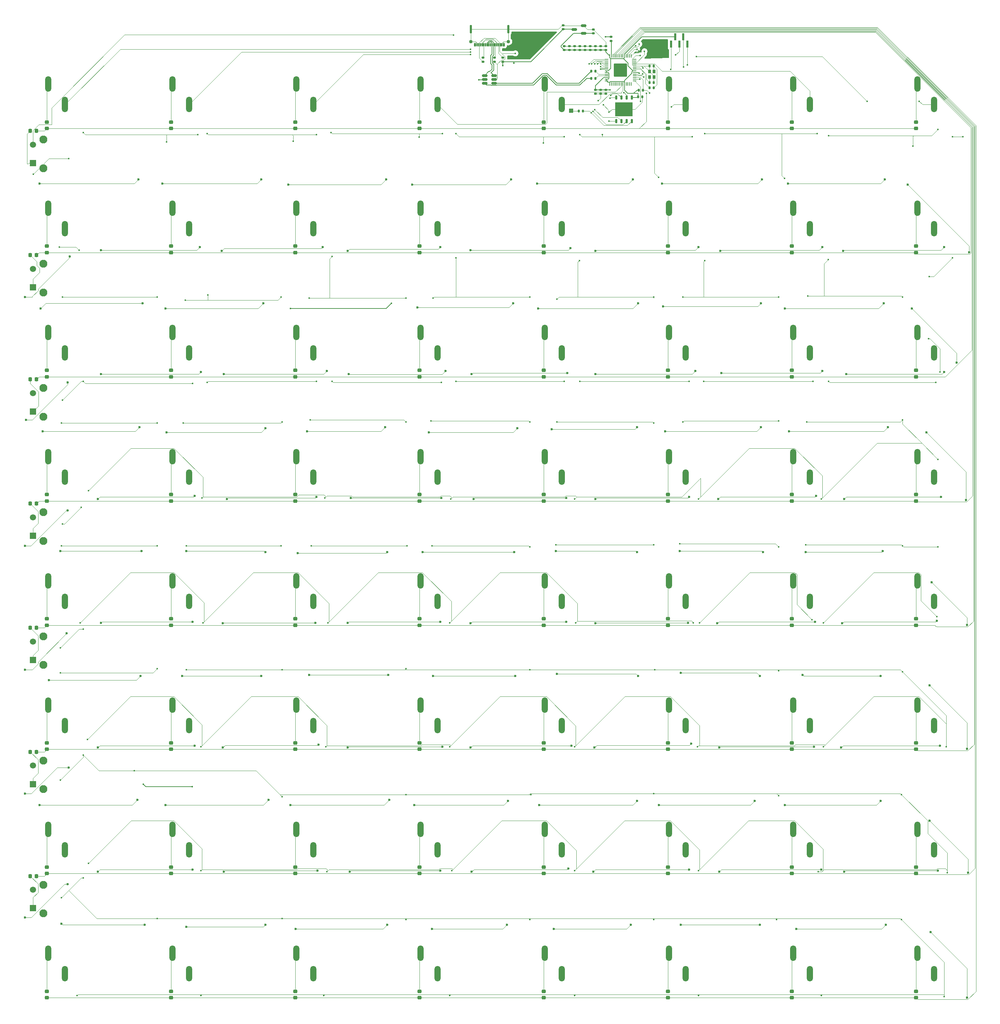
<source format=gbr>
%TF.GenerationSoftware,KiCad,Pcbnew,9.0.1*%
%TF.CreationDate,2025-05-31T00:25:17+01:00*%
%TF.ProjectId,Button MIDI Controller,42757474-6f6e-4204-9d49-444920436f6e,rev?*%
%TF.SameCoordinates,Original*%
%TF.FileFunction,Copper,L2,Bot*%
%TF.FilePolarity,Positive*%
%FSLAX46Y46*%
G04 Gerber Fmt 4.6, Leading zero omitted, Abs format (unit mm)*
G04 Created by KiCad (PCBNEW 9.0.1) date 2025-05-31 00:25:17*
%MOMM*%
%LPD*%
G01*
G04 APERTURE LIST*
G04 Aperture macros list*
%AMRoundRect*
0 Rectangle with rounded corners*
0 $1 Rounding radius*
0 $2 $3 $4 $5 $6 $7 $8 $9 X,Y pos of 4 corners*
0 Add a 4 corners polygon primitive as box body*
4,1,4,$2,$3,$4,$5,$6,$7,$8,$9,$2,$3,0*
0 Add four circle primitives for the rounded corners*
1,1,$1+$1,$2,$3*
1,1,$1+$1,$4,$5*
1,1,$1+$1,$6,$7*
1,1,$1+$1,$8,$9*
0 Add four rect primitives between the rounded corners*
20,1,$1+$1,$2,$3,$4,$5,0*
20,1,$1+$1,$4,$5,$6,$7,0*
20,1,$1+$1,$6,$7,$8,$9,0*
20,1,$1+$1,$8,$9,$2,$3,0*%
G04 Aperture macros list end*
%TA.AperFunction,SMDPad,CuDef*%
%ADD10R,0.800000X0.900000*%
%TD*%
%TA.AperFunction,SMDPad,CuDef*%
%ADD11RoundRect,0.150000X0.512500X0.150000X-0.512500X0.150000X-0.512500X-0.150000X0.512500X-0.150000X0*%
%TD*%
%TA.AperFunction,SMDPad,CuDef*%
%ADD12RoundRect,0.055000X0.165000X-0.465000X0.165000X0.465000X-0.165000X0.465000X-0.165000X-0.465000X0*%
%TD*%
%TA.AperFunction,SMDPad,CuDef*%
%ADD13R,4.300000X3.400000*%
%TD*%
%TA.AperFunction,SMDPad,CuDef*%
%ADD14RoundRect,0.050000X-0.050000X0.387500X-0.050000X-0.387500X0.050000X-0.387500X0.050000X0.387500X0*%
%TD*%
%TA.AperFunction,SMDPad,CuDef*%
%ADD15RoundRect,0.050000X-0.387500X0.050000X-0.387500X-0.050000X0.387500X-0.050000X0.387500X0.050000X0*%
%TD*%
%TA.AperFunction,ComponentPad*%
%ADD16C,0.600000*%
%TD*%
%TA.AperFunction,SMDPad,CuDef*%
%ADD17RoundRect,0.144000X-1.456000X1.456000X-1.456000X-1.456000X1.456000X-1.456000X1.456000X1.456000X0*%
%TD*%
%TA.AperFunction,SMDPad,CuDef*%
%ADD18R,1.000000X1.000000*%
%TD*%
%TA.AperFunction,SMDPad,CuDef*%
%ADD19RoundRect,0.135000X0.185000X-0.135000X0.185000X0.135000X-0.185000X0.135000X-0.185000X-0.135000X0*%
%TD*%
%TA.AperFunction,SMDPad,CuDef*%
%ADD20RoundRect,0.135000X-0.185000X0.135000X-0.185000X-0.135000X0.185000X-0.135000X0.185000X0.135000X0*%
%TD*%
%TA.AperFunction,SMDPad,CuDef*%
%ADD21RoundRect,0.135000X-0.135000X-0.185000X0.135000X-0.185000X0.135000X0.185000X-0.135000X0.185000X0*%
%TD*%
%TA.AperFunction,SMDPad,CuDef*%
%ADD22RoundRect,0.135000X0.135000X0.185000X-0.135000X0.185000X-0.135000X-0.185000X0.135000X-0.185000X0*%
%TD*%
%TA.AperFunction,SMDPad,CuDef*%
%ADD23RoundRect,0.070000X-0.070000X-0.345000X0.070000X-0.345000X0.070000X0.345000X-0.070000X0.345000X0*%
%TD*%
%TA.AperFunction,SMDPad,CuDef*%
%ADD24RoundRect,0.112500X-0.112500X-0.302500X0.112500X-0.302500X0.112500X0.302500X-0.112500X0.302500X0*%
%TD*%
%TA.AperFunction,HeatsinkPad*%
%ADD25C,0.850000*%
%TD*%
%TA.AperFunction,HeatsinkPad*%
%ADD26O,0.550000X2.050000*%
%TD*%
%TA.AperFunction,SMDPad,CuDef*%
%ADD27R,0.600000X1.750000*%
%TD*%
%TA.AperFunction,SMDPad,CuDef*%
%ADD28RoundRect,0.147500X-0.172500X0.147500X-0.172500X-0.147500X0.172500X-0.147500X0.172500X0.147500X0*%
%TD*%
%TA.AperFunction,SMDPad,CuDef*%
%ADD29RoundRect,0.218750X0.218750X0.256250X-0.218750X0.256250X-0.218750X-0.256250X0.218750X-0.256250X0*%
%TD*%
%TA.AperFunction,SMDPad,CuDef*%
%ADD30RoundRect,0.218750X0.256250X-0.218750X0.256250X0.218750X-0.256250X0.218750X-0.256250X-0.218750X0*%
%TD*%
%TA.AperFunction,SMDPad,CuDef*%
%ADD31RoundRect,0.140000X0.170000X-0.140000X0.170000X0.140000X-0.170000X0.140000X-0.170000X-0.140000X0*%
%TD*%
%TA.AperFunction,SMDPad,CuDef*%
%ADD32RoundRect,0.140000X-0.170000X0.140000X-0.170000X-0.140000X0.170000X-0.140000X0.170000X0.140000X0*%
%TD*%
%TA.AperFunction,SMDPad,CuDef*%
%ADD33RoundRect,0.140000X-0.140000X-0.170000X0.140000X-0.170000X0.140000X0.170000X-0.140000X0.170000X0*%
%TD*%
%TA.AperFunction,SMDPad,CuDef*%
%ADD34RoundRect,0.140000X0.140000X0.170000X-0.140000X0.170000X-0.140000X-0.170000X0.140000X-0.170000X0*%
%TD*%
%TA.AperFunction,ComponentPad*%
%ADD35C,1.508000*%
%TD*%
%TA.AperFunction,ComponentPad*%
%ADD36R,1.508000X1.508000*%
%TD*%
%TA.AperFunction,ComponentPad*%
%ADD37C,1.950000*%
%TD*%
%TA.AperFunction,ComponentPad*%
%ADD38O,1.500000X3.800000*%
%TD*%
%TA.AperFunction,ViaPad*%
%ADD39C,0.450000*%
%TD*%
%TA.AperFunction,ViaPad*%
%ADD40C,0.600000*%
%TD*%
%TA.AperFunction,Conductor*%
%ADD41C,0.100000*%
%TD*%
%TA.AperFunction,Conductor*%
%ADD42C,0.150000*%
%TD*%
%TA.AperFunction,Conductor*%
%ADD43C,0.200000*%
%TD*%
G04 APERTURE END LIST*
D10*
%TO.P,Y1,1,1*%
%TO.N,XTAL_IN*%
X-129074000Y307910000D03*
%TO.P,Y1,2,2*%
%TO.N,GND*%
X-129074000Y309310000D03*
%TO.P,Y1,3,3*%
%TO.N,XTAL_OUT*%
X-127974000Y309310000D03*
%TO.P,Y1,4,4*%
%TO.N,GND*%
X-127974000Y307910000D03*
%TD*%
D11*
%TO.P,U4,1,GND*%
%TO.N,GND*%
X-145166500Y320482000D03*
%TO.P,U4,2,VO*%
%TO.N,+3V3*%
X-145166500Y318582000D03*
%TO.P,U4,3,VI*%
%TO.N,+5V*%
X-147441500Y319532000D03*
%TD*%
%TO.P,U3,1,I/O1*%
%TO.N,D_USB_P*%
X-167010500Y308290000D03*
%TO.P,U3,2,GND*%
%TO.N,GND*%
X-167010500Y307340000D03*
%TO.P,U3,3,I/O2*%
%TO.N,D_P*%
X-167010500Y306390000D03*
%TO.P,U3,4,I/O2*%
%TO.N,D_N*%
X-169285500Y306390000D03*
%TO.P,U3,5,VBUS*%
%TO.N,+5V*%
X-169285500Y307340000D03*
%TO.P,U3,6,I/O1*%
%TO.N,D_USB_N*%
X-169285500Y308290000D03*
%TD*%
D12*
%TO.P,U2,1,~{CS}*%
%TO.N,QSPI_SS_N*%
X-133400800Y297205200D03*
%TO.P,U2,2,DO(IO1)*%
%TO.N,QSPI_SD1*%
X-134670800Y297205200D03*
%TO.P,U2,3,~{WP}(IO2)*%
%TO.N,QSPI_SD2*%
X-135940800Y297205200D03*
%TO.P,U2,4,GND*%
%TO.N,GND*%
X-137210800Y297205200D03*
%TO.P,U2,5,DI(IO0)*%
%TO.N,QSPI_SD0*%
X-137210800Y302895200D03*
%TO.P,U2,6,CLK*%
%TO.N,QSPI_SCLK*%
X-135940800Y302895200D03*
%TO.P,U2,7,~{HOLD}/RESET(IO3)*%
%TO.N,QSPI_SD3*%
X-134670800Y302895200D03*
%TO.P,U2,8,VCC*%
%TO.N,+3V3*%
X-133400800Y302895200D03*
D13*
%TO.P,U2,9,EXP*%
%TO.N,GND*%
X-135305800Y300050200D03*
%TD*%
D14*
%TO.P,U1,1,IOVDD*%
%TO.N,+3V3*%
X-138744000Y313063500D03*
%TO.P,U1,2,GPIO0*%
%TO.N,LED_DIN*%
X-138344000Y313063500D03*
%TO.P,U1,3,GPIO1*%
%TO.N,ROW7*%
X-137944000Y313063500D03*
%TO.P,U1,4,GPIO2*%
%TO.N,ROW6*%
X-137544000Y313063500D03*
%TO.P,U1,5,GPIO3*%
%TO.N,ROW5*%
X-137144000Y313063500D03*
%TO.P,U1,6,GPIO4*%
%TO.N,ROW4*%
X-136744000Y313063500D03*
%TO.P,U1,7,GPIO5*%
%TO.N,ROW3*%
X-136344000Y313063500D03*
%TO.P,U1,8,GPIO6*%
%TO.N,ROW2*%
X-135944000Y313063500D03*
%TO.P,U1,9,GPIO7*%
%TO.N,ROW1*%
X-135544000Y313063500D03*
%TO.P,U1,10,IOVDD*%
%TO.N,+3V3*%
X-135144000Y313063500D03*
%TO.P,U1,11,GPIO8*%
%TO.N,COL2*%
X-134744000Y313063500D03*
%TO.P,U1,12,GPIO9*%
%TO.N,COL1*%
X-134344000Y313063500D03*
%TO.P,U1,13,GPIO10*%
%TO.N,COL0*%
X-133944000Y313063500D03*
%TO.P,U1,14,GPIO11*%
%TO.N,COL8*%
X-133544000Y313063500D03*
D15*
%TO.P,U1,15,GPIO12*%
%TO.N,unconnected-(U1-GPIO12-Pad15)*%
X-132706500Y312226000D03*
%TO.P,U1,16,GPIO13*%
%TO.N,unconnected-(U1-GPIO13-Pad16)*%
X-132706500Y311826000D03*
%TO.P,U1,17,GPIO14*%
%TO.N,COL7*%
X-132706500Y311426000D03*
%TO.P,U1,18,GPIO15*%
%TO.N,COL6*%
X-132706500Y311026000D03*
%TO.P,U1,19,TESTEN*%
%TO.N,GND*%
X-132706500Y310626000D03*
%TO.P,U1,20,XTAL_IN*%
%TO.N,XTAL_IN*%
X-132706500Y310226000D03*
%TO.P,U1,21,XTAL_OUT*%
%TO.N,Net-(U1-XTAL_OUT)*%
X-132706500Y309826000D03*
%TO.P,U1,22,IOVDD*%
%TO.N,+3V3*%
X-132706500Y309426000D03*
%TO.P,U1,23,DVDD*%
%TO.N,+1V1*%
X-132706500Y309026000D03*
%TO.P,U1,24,SWCLK*%
%TO.N,SWCLK*%
X-132706500Y308626000D03*
%TO.P,U1,25,SWDIO*%
%TO.N,SWDIO*%
X-132706500Y308226000D03*
%TO.P,U1,26,~{RUN}*%
%TO.N,~{RESET}*%
X-132706500Y307826000D03*
%TO.P,U1,27,GPIO16*%
%TO.N,ROW0*%
X-132706500Y307426000D03*
%TO.P,U1,28,GPIO17*%
%TO.N,COL5*%
X-132706500Y307026000D03*
D14*
%TO.P,U1,29,GPIO18*%
%TO.N,unconnected-(U1-GPIO18-Pad29)*%
X-133544000Y306188500D03*
%TO.P,U1,30,GPIO19*%
%TO.N,unconnected-(U1-GPIO19-Pad30)*%
X-133944000Y306188500D03*
%TO.P,U1,31,GPIO20*%
%TO.N,unconnected-(U1-GPIO20-Pad31)*%
X-134344000Y306188500D03*
%TO.P,U1,32,GPIO21*%
%TO.N,unconnected-(U1-GPIO21-Pad32)*%
X-134744000Y306188500D03*
%TO.P,U1,33,IOVDD*%
%TO.N,+3V3*%
X-135144000Y306188500D03*
%TO.P,U1,34,GPIO22*%
%TO.N,COL4*%
X-135544000Y306188500D03*
%TO.P,U1,35,GPIO23*%
%TO.N,COL3*%
X-135944000Y306188500D03*
%TO.P,U1,36,GPIO24*%
%TO.N,unconnected-(U1-GPIO24-Pad36)*%
X-136344000Y306188500D03*
%TO.P,U1,37,GPIO25*%
%TO.N,unconnected-(U1-GPIO25-Pad37)*%
X-136744000Y306188500D03*
%TO.P,U1,38,GPIO26/ADC0*%
%TO.N,unconnected-(U1-GPIO26{slash}ADC0-Pad38)*%
X-137144000Y306188500D03*
%TO.P,U1,39,GPIO27/ADC1*%
%TO.N,unconnected-(U1-GPIO27{slash}ADC1-Pad39)*%
X-137544000Y306188500D03*
%TO.P,U1,40,GPIO28/ADC2*%
%TO.N,unconnected-(U1-GPIO28{slash}ADC2-Pad40)*%
X-137944000Y306188500D03*
%TO.P,U1,41,GPIO29/ADC3*%
%TO.N,unconnected-(U1-GPIO29{slash}ADC3-Pad41)*%
X-138344000Y306188500D03*
%TO.P,U1,42,IOVDD*%
%TO.N,+3V3*%
X-138744000Y306188500D03*
D15*
%TO.P,U1,43,ADC_AVDD*%
X-139581500Y307026000D03*
%TO.P,U1,44,VREG_VIN*%
X-139581500Y307426000D03*
%TO.P,U1,45,VREG_VOUT*%
%TO.N,+1V1*%
X-139581500Y307826000D03*
%TO.P,U1,46,D-*%
%TO.N,Net-(U1-D-)*%
X-139581500Y308226000D03*
%TO.P,U1,47,D+*%
%TO.N,Net-(U1-D+)*%
X-139581500Y308626000D03*
%TO.P,U1,48,USB_VDD*%
%TO.N,+3V3*%
X-139581500Y309026000D03*
%TO.P,U1,49,IOVDD*%
X-139581500Y309426000D03*
%TO.P,U1,50,DVDD*%
%TO.N,+1V1*%
X-139581500Y309826000D03*
%TO.P,U1,51,QSPI_SD3*%
%TO.N,QSPI_SD3*%
X-139581500Y310226000D03*
%TO.P,U1,52,QSPI_SCLK*%
%TO.N,QSPI_SCLK*%
X-139581500Y310626000D03*
%TO.P,U1,53,QSPI_SD0*%
%TO.N,QSPI_SD0*%
X-139581500Y311026000D03*
%TO.P,U1,54,QSPI_SD2*%
%TO.N,QSPI_SD2*%
X-139581500Y311426000D03*
%TO.P,U1,55,QSPI_SD1*%
%TO.N,QSPI_SD1*%
X-139581500Y311826000D03*
%TO.P,U1,56,QSPI_SS_N*%
%TO.N,QSPI_SS_N*%
X-139581500Y312226000D03*
D16*
%TO.P,U1,57,GND*%
%TO.N,GND*%
X-137419000Y310901000D03*
X-136144000Y310901000D03*
X-134869000Y310901000D03*
X-137419000Y309626000D03*
X-136144000Y309626000D03*
D17*
X-136144000Y309626000D03*
D16*
X-134869000Y309626000D03*
X-137419000Y308351000D03*
X-136144000Y308351000D03*
X-134869000Y308351000D03*
%TD*%
D18*
%TO.P,TP1,1,1*%
%TO.N,Net-(R2-Pad1)*%
X-148158200Y299669200D03*
%TD*%
D19*
%TO.P,R8,1*%
%TO.N,LED_DIN*%
X-138430000Y316736000D03*
%TO.P,R8,2*%
%TO.N,Net-(D65-DIN)*%
X-138430000Y317756000D03*
%TD*%
D20*
%TO.P,R7,1*%
%TO.N,Net-(J2-CC1)*%
X-169672000Y312676000D03*
%TO.P,R7,2*%
%TO.N,GND*%
X-169672000Y311656000D03*
%TD*%
%TO.P,R6,1*%
%TO.N,Net-(J2-CC2)*%
X-166878000Y312676000D03*
%TO.P,R6,2*%
%TO.N,GND*%
X-166878000Y311656000D03*
%TD*%
D21*
%TO.P,R5,1*%
%TO.N,+3V3*%
X-131701000Y304723800D03*
%TO.P,R5,2*%
%TO.N,~{RESET}*%
X-130681000Y304723800D03*
%TD*%
%TO.P,R4,1*%
%TO.N,D_N*%
X-143258000Y307594000D03*
%TO.P,R4,2*%
%TO.N,Net-(U1-D-)*%
X-142238000Y307594000D03*
%TD*%
%TO.P,R3,1*%
%TO.N,D_P*%
X-143258000Y309372000D03*
%TO.P,R3,2*%
%TO.N,Net-(U1-D+)*%
X-142238000Y309372000D03*
%TD*%
%TO.P,R2,1*%
%TO.N,Net-(R2-Pad1)*%
X-146356800Y299593000D03*
%TO.P,R2,2*%
%TO.N,QSPI_SS_N*%
X-145336800Y299593000D03*
%TD*%
D22*
%TO.P,R1,1*%
%TO.N,XTAL_OUT*%
X-128014000Y305308000D03*
%TO.P,R1,2*%
%TO.N,Net-(U1-XTAL_OUT)*%
X-129034000Y305308000D03*
%TD*%
D23*
%TO.P,J2,A1,GND*%
%TO.N,GND*%
X-171090000Y315828000D03*
%TO.P,J2,A4,VBUS*%
%TO.N,VBUS*%
X-170290000Y315828000D03*
%TO.P,J2,A5,CC1*%
%TO.N,Net-(J2-CC1)*%
X-169490000Y315828000D03*
%TO.P,J2,A6,D+*%
%TO.N,D_USB_P*%
X-168690000Y315828000D03*
%TO.P,J2,A7,D-*%
%TO.N,D_USB_N*%
X-168290000Y315828000D03*
%TO.P,J2,A8,SBU1*%
%TO.N,unconnected-(J2-SBU1-PadA8)*%
X-167890000Y315828000D03*
%TO.P,J2,A9,VBUS*%
%TO.N,VBUS*%
X-166290000Y315828000D03*
%TO.P,J2,A12,GND*%
%TO.N,GND*%
X-165490000Y315828000D03*
%TO.P,J2,B1,GND*%
X-165090000Y315828000D03*
%TO.P,J2,B4,VBUS*%
%TO.N,VBUS*%
X-165890000Y315828000D03*
%TO.P,J2,B5,CC2*%
%TO.N,Net-(J2-CC2)*%
X-166690000Y315828000D03*
%TO.P,J2,B6,D+*%
%TO.N,D_USB_P*%
X-167090000Y315828000D03*
%TO.P,J2,B7,D-*%
%TO.N,D_USB_N*%
X-167490000Y315828000D03*
%TO.P,J2,B8,SBU2*%
%TO.N,unconnected-(J2-SBU2-PadB8)*%
X-169090000Y315828000D03*
%TO.P,J2,B9,VBUS*%
%TO.N,VBUS*%
X-169890000Y315828000D03*
%TO.P,J2,B12,GND*%
%TO.N,GND*%
X-170690000Y315828000D03*
D24*
%TO.P,J2,GND*%
%TO.N,N/C*%
X-171605000Y315828000D03*
X-164575000Y315828000D03*
D25*
%TO.P,J2,S1,SHIELD*%
%TO.N,GND*%
X-172685000Y316588000D03*
D26*
X-172685000Y319568000D03*
D25*
X-163495000Y316588000D03*
D26*
X-163495000Y319568000D03*
%TD*%
D27*
%TO.P,J1,1,Pin_1*%
%TO.N,~{RESET}*%
X-123793000Y315990000D03*
%TO.P,J1,2,Pin_2*%
%TO.N,+3V3*%
X-122793000Y317740000D03*
%TO.P,J1,3,Pin_3*%
%TO.N,GND*%
X-121793000Y315990000D03*
%TO.P,J1,4,Pin_4*%
%TO.N,SWDIO*%
X-120793000Y317740000D03*
%TO.P,J1,5,Pin_5*%
%TO.N,SWCLK*%
X-119793000Y315990000D03*
%TD*%
D28*
%TO.P,F1,1*%
%TO.N,VBUS*%
X-164820600Y312625600D03*
%TO.P,F1,2*%
%TO.N,+5V*%
X-164820600Y311655600D03*
%TD*%
D29*
%TO.P,D199,1,K*%
%TO.N,ROW6*%
X-278612500Y112967000D03*
%TO.P,D199,2,A*%
%TO.N,Net-(D199-A)*%
X-280187500Y112967000D03*
%TD*%
%TO.P,D198,1,K*%
%TO.N,ROW5*%
X-278612500Y143267000D03*
%TO.P,D198,2,A*%
%TO.N,Net-(D198-A)*%
X-280187500Y143267000D03*
%TD*%
%TO.P,D197,1,K*%
%TO.N,ROW4*%
X-278612500Y173567000D03*
%TO.P,D197,2,A*%
%TO.N,Net-(D197-A)*%
X-280187500Y173567000D03*
%TD*%
%TO.P,D196,1,K*%
%TO.N,ROW3*%
X-278612500Y203867000D03*
%TO.P,D196,2,A*%
%TO.N,Net-(D196-A)*%
X-280187500Y203867000D03*
%TD*%
%TO.P,D195,1,K*%
%TO.N,ROW2*%
X-278612500Y234167000D03*
%TO.P,D195,2,A*%
%TO.N,Net-(D195-A)*%
X-280187500Y234167000D03*
%TD*%
%TO.P,D194,1,K*%
%TO.N,ROW1*%
X-278612500Y264467000D03*
%TO.P,D194,2,A*%
%TO.N,Net-(D194-A)*%
X-280187500Y264467000D03*
%TD*%
%TO.P,D193,1,K*%
%TO.N,ROW0*%
X-278612500Y294767000D03*
%TO.P,D193,2,A*%
%TO.N,Net-(D193-A)*%
X-280187500Y294767000D03*
%TD*%
D30*
%TO.P,D64,1,K*%
%TO.N,ROW7*%
X-63998000Y83276500D03*
%TO.P,D64,2,A*%
%TO.N,Net-(D64-A)*%
X-63998000Y84851500D03*
%TD*%
%TO.P,D63,1,K*%
%TO.N,ROW7*%
X-94298000Y83276500D03*
%TO.P,D63,2,A*%
%TO.N,Net-(D63-A)*%
X-94298000Y84851500D03*
%TD*%
%TO.P,D62,1,K*%
%TO.N,ROW7*%
X-124598000Y83276500D03*
%TO.P,D62,2,A*%
%TO.N,Net-(D62-A)*%
X-124598000Y84851500D03*
%TD*%
%TO.P,D61,1,K*%
%TO.N,ROW7*%
X-154898000Y83276500D03*
%TO.P,D61,2,A*%
%TO.N,Net-(D61-A)*%
X-154898000Y84851500D03*
%TD*%
%TO.P,D60,1,K*%
%TO.N,ROW7*%
X-185198000Y83276500D03*
%TO.P,D60,2,A*%
%TO.N,Net-(D60-A)*%
X-185198000Y84851500D03*
%TD*%
%TO.P,D59,1,K*%
%TO.N,ROW7*%
X-215498000Y83276500D03*
%TO.P,D59,2,A*%
%TO.N,Net-(D59-A)*%
X-215498000Y84851500D03*
%TD*%
%TO.P,D58,1,K*%
%TO.N,ROW7*%
X-245798000Y83276500D03*
%TO.P,D58,2,A*%
%TO.N,Net-(D58-A)*%
X-245798000Y84851500D03*
%TD*%
%TO.P,D57,1,K*%
%TO.N,ROW7*%
X-276098000Y83276500D03*
%TO.P,D57,2,A*%
%TO.N,Net-(D57-A)*%
X-276098000Y84851500D03*
%TD*%
%TO.P,D56,1,K*%
%TO.N,ROW6*%
X-63998000Y113576500D03*
%TO.P,D56,2,A*%
%TO.N,Net-(D56-A)*%
X-63998000Y115151500D03*
%TD*%
%TO.P,D55,1,K*%
%TO.N,ROW6*%
X-94298000Y113576500D03*
%TO.P,D55,2,A*%
%TO.N,Net-(D55-A)*%
X-94298000Y115151500D03*
%TD*%
%TO.P,D54,1,K*%
%TO.N,ROW6*%
X-124598000Y113576500D03*
%TO.P,D54,2,A*%
%TO.N,Net-(D54-A)*%
X-124598000Y115151500D03*
%TD*%
%TO.P,D53,1,K*%
%TO.N,ROW6*%
X-154898000Y113576500D03*
%TO.P,D53,2,A*%
%TO.N,Net-(D53-A)*%
X-154898000Y115151500D03*
%TD*%
%TO.P,D52,1,K*%
%TO.N,ROW6*%
X-185198000Y113576500D03*
%TO.P,D52,2,A*%
%TO.N,Net-(D52-A)*%
X-185198000Y115151500D03*
%TD*%
%TO.P,D51,1,K*%
%TO.N,ROW6*%
X-215498000Y113576500D03*
%TO.P,D51,2,A*%
%TO.N,Net-(D51-A)*%
X-215498000Y115151500D03*
%TD*%
%TO.P,D50,1,K*%
%TO.N,ROW6*%
X-245798000Y113576500D03*
%TO.P,D50,2,A*%
%TO.N,Net-(D50-A)*%
X-245798000Y115151500D03*
%TD*%
%TO.P,D49,1,K*%
%TO.N,ROW6*%
X-276098000Y113576500D03*
%TO.P,D49,2,A*%
%TO.N,Net-(D49-A)*%
X-276098000Y115151500D03*
%TD*%
%TO.P,D48,1,K*%
%TO.N,ROW5*%
X-63998000Y143876500D03*
%TO.P,D48,2,A*%
%TO.N,Net-(D48-A)*%
X-63998000Y145451500D03*
%TD*%
%TO.P,D47,1,K*%
%TO.N,ROW5*%
X-94298000Y143876500D03*
%TO.P,D47,2,A*%
%TO.N,Net-(D47-A)*%
X-94298000Y145451500D03*
%TD*%
%TO.P,D46,1,K*%
%TO.N,ROW5*%
X-124598000Y143876500D03*
%TO.P,D46,2,A*%
%TO.N,Net-(D46-A)*%
X-124598000Y145451500D03*
%TD*%
%TO.P,D45,1,K*%
%TO.N,ROW5*%
X-154898000Y143876500D03*
%TO.P,D45,2,A*%
%TO.N,Net-(D45-A)*%
X-154898000Y145451500D03*
%TD*%
%TO.P,D44,1,K*%
%TO.N,ROW5*%
X-185198000Y143876500D03*
%TO.P,D44,2,A*%
%TO.N,Net-(D44-A)*%
X-185198000Y145451500D03*
%TD*%
%TO.P,D43,1,K*%
%TO.N,ROW5*%
X-215498000Y143876500D03*
%TO.P,D43,2,A*%
%TO.N,Net-(D43-A)*%
X-215498000Y145451500D03*
%TD*%
%TO.P,D42,1,K*%
%TO.N,ROW5*%
X-245798000Y143876500D03*
%TO.P,D42,2,A*%
%TO.N,Net-(D42-A)*%
X-245798000Y145451500D03*
%TD*%
%TO.P,D41,1,K*%
%TO.N,ROW5*%
X-276098000Y143876500D03*
%TO.P,D41,2,A*%
%TO.N,Net-(D41-A)*%
X-276098000Y145451500D03*
%TD*%
%TO.P,D40,1,K*%
%TO.N,ROW4*%
X-63998000Y174176500D03*
%TO.P,D40,2,A*%
%TO.N,Net-(D40-A)*%
X-63998000Y175751500D03*
%TD*%
%TO.P,D39,1,K*%
%TO.N,ROW4*%
X-94298000Y174176500D03*
%TO.P,D39,2,A*%
%TO.N,Net-(D39-A)*%
X-94298000Y175751500D03*
%TD*%
%TO.P,D38,1,K*%
%TO.N,ROW4*%
X-124598000Y174176500D03*
%TO.P,D38,2,A*%
%TO.N,Net-(D38-A)*%
X-124598000Y175751500D03*
%TD*%
%TO.P,D37,1,K*%
%TO.N,ROW4*%
X-154898000Y174176500D03*
%TO.P,D37,2,A*%
%TO.N,Net-(D37-A)*%
X-154898000Y175751500D03*
%TD*%
%TO.P,D36,1,K*%
%TO.N,ROW4*%
X-185198000Y174176500D03*
%TO.P,D36,2,A*%
%TO.N,Net-(D36-A)*%
X-185198000Y175751500D03*
%TD*%
%TO.P,D35,1,K*%
%TO.N,ROW4*%
X-215498000Y174176500D03*
%TO.P,D35,2,A*%
%TO.N,Net-(D35-A)*%
X-215498000Y175751500D03*
%TD*%
%TO.P,D34,1,K*%
%TO.N,ROW4*%
X-245798000Y174176500D03*
%TO.P,D34,2,A*%
%TO.N,Net-(D34-A)*%
X-245798000Y175751500D03*
%TD*%
%TO.P,D33,1,K*%
%TO.N,ROW4*%
X-276098000Y174176500D03*
%TO.P,D33,2,A*%
%TO.N,Net-(D33-A)*%
X-276098000Y175751500D03*
%TD*%
%TO.P,D32,1,K*%
%TO.N,ROW3*%
X-63998000Y204476500D03*
%TO.P,D32,2,A*%
%TO.N,Net-(D32-A)*%
X-63998000Y206051500D03*
%TD*%
%TO.P,D31,1,K*%
%TO.N,ROW3*%
X-94298000Y204476500D03*
%TO.P,D31,2,A*%
%TO.N,Net-(D31-A)*%
X-94298000Y206051500D03*
%TD*%
%TO.P,D30,1,K*%
%TO.N,ROW3*%
X-124598000Y204476500D03*
%TO.P,D30,2,A*%
%TO.N,Net-(D30-A)*%
X-124598000Y206051500D03*
%TD*%
%TO.P,D29,1,K*%
%TO.N,ROW3*%
X-154898000Y204476500D03*
%TO.P,D29,2,A*%
%TO.N,Net-(D29-A)*%
X-154898000Y206051500D03*
%TD*%
%TO.P,D28,1,K*%
%TO.N,ROW3*%
X-185198000Y204476500D03*
%TO.P,D28,2,A*%
%TO.N,Net-(D28-A)*%
X-185198000Y206051500D03*
%TD*%
%TO.P,D27,1,K*%
%TO.N,ROW3*%
X-215498000Y204476500D03*
%TO.P,D27,2,A*%
%TO.N,Net-(D27-A)*%
X-215498000Y206051500D03*
%TD*%
%TO.P,D26,1,K*%
%TO.N,ROW3*%
X-245798000Y204476500D03*
%TO.P,D26,2,A*%
%TO.N,Net-(D26-A)*%
X-245798000Y206051500D03*
%TD*%
%TO.P,D25,1,K*%
%TO.N,ROW3*%
X-276098000Y204476500D03*
%TO.P,D25,2,A*%
%TO.N,Net-(D25-A)*%
X-276098000Y206051500D03*
%TD*%
%TO.P,D24,1,K*%
%TO.N,ROW2*%
X-63998000Y234776500D03*
%TO.P,D24,2,A*%
%TO.N,Net-(D24-A)*%
X-63998000Y236351500D03*
%TD*%
%TO.P,D23,1,K*%
%TO.N,ROW2*%
X-94298000Y234776500D03*
%TO.P,D23,2,A*%
%TO.N,Net-(D23-A)*%
X-94298000Y236351500D03*
%TD*%
%TO.P,D22,1,K*%
%TO.N,ROW2*%
X-124598000Y234776500D03*
%TO.P,D22,2,A*%
%TO.N,Net-(D22-A)*%
X-124598000Y236351500D03*
%TD*%
%TO.P,D21,1,K*%
%TO.N,ROW2*%
X-154898000Y234776500D03*
%TO.P,D21,2,A*%
%TO.N,Net-(D21-A)*%
X-154898000Y236351500D03*
%TD*%
%TO.P,D20,1,K*%
%TO.N,ROW2*%
X-185198000Y234776500D03*
%TO.P,D20,2,A*%
%TO.N,Net-(D20-A)*%
X-185198000Y236351500D03*
%TD*%
%TO.P,D19,1,K*%
%TO.N,ROW2*%
X-215498000Y234776500D03*
%TO.P,D19,2,A*%
%TO.N,Net-(D19-A)*%
X-215498000Y236351500D03*
%TD*%
%TO.P,D18,1,K*%
%TO.N,ROW2*%
X-245798000Y234776500D03*
%TO.P,D18,2,A*%
%TO.N,Net-(D18-A)*%
X-245798000Y236351500D03*
%TD*%
%TO.P,D17,1,K*%
%TO.N,ROW2*%
X-276098000Y234776500D03*
%TO.P,D17,2,A*%
%TO.N,Net-(D17-A)*%
X-276098000Y236351500D03*
%TD*%
%TO.P,D16,1,K*%
%TO.N,ROW1*%
X-63998000Y265076500D03*
%TO.P,D16,2,A*%
%TO.N,Net-(D16-A)*%
X-63998000Y266651500D03*
%TD*%
%TO.P,D15,1,K*%
%TO.N,ROW1*%
X-94298000Y265076500D03*
%TO.P,D15,2,A*%
%TO.N,Net-(D15-A)*%
X-94298000Y266651500D03*
%TD*%
%TO.P,D14,1,K*%
%TO.N,ROW1*%
X-124598000Y265076500D03*
%TO.P,D14,2,A*%
%TO.N,Net-(D14-A)*%
X-124598000Y266651500D03*
%TD*%
%TO.P,D13,1,K*%
%TO.N,ROW1*%
X-154898000Y265076500D03*
%TO.P,D13,2,A*%
%TO.N,Net-(D13-A)*%
X-154898000Y266651500D03*
%TD*%
%TO.P,D12,1,K*%
%TO.N,ROW1*%
X-185198000Y265076500D03*
%TO.P,D12,2,A*%
%TO.N,Net-(D12-A)*%
X-185198000Y266651500D03*
%TD*%
%TO.P,D11,1,K*%
%TO.N,ROW1*%
X-215498000Y265076500D03*
%TO.P,D11,2,A*%
%TO.N,Net-(D11-A)*%
X-215498000Y266651500D03*
%TD*%
%TO.P,D10,1,K*%
%TO.N,ROW1*%
X-245798000Y265076500D03*
%TO.P,D10,2,A*%
%TO.N,Net-(D10-A)*%
X-245798000Y266651500D03*
%TD*%
%TO.P,D9,1,K*%
%TO.N,ROW1*%
X-276098000Y265076500D03*
%TO.P,D9,2,A*%
%TO.N,Net-(D9-A)*%
X-276098000Y266651500D03*
%TD*%
%TO.P,D8,1,K*%
%TO.N,ROW0*%
X-63998000Y295376500D03*
%TO.P,D8,2,A*%
%TO.N,Net-(D8-A)*%
X-63998000Y296951500D03*
%TD*%
%TO.P,D7,1,K*%
%TO.N,ROW0*%
X-94298000Y295376500D03*
%TO.P,D7,2,A*%
%TO.N,Net-(D7-A)*%
X-94298000Y296951500D03*
%TD*%
%TO.P,D6,1,K*%
%TO.N,ROW0*%
X-124598000Y295376500D03*
%TO.P,D6,2,A*%
%TO.N,Net-(D6-A)*%
X-124598000Y296951500D03*
%TD*%
%TO.P,D5,1,K*%
%TO.N,ROW0*%
X-154898000Y295376500D03*
%TO.P,D5,2,A*%
%TO.N,Net-(D5-A)*%
X-154898000Y296951500D03*
%TD*%
%TO.P,D4,1,K*%
%TO.N,ROW0*%
X-185198000Y295376500D03*
%TO.P,D4,2,A*%
%TO.N,Net-(D4-A)*%
X-185198000Y296951500D03*
%TD*%
%TO.P,D3,1,K*%
%TO.N,ROW0*%
X-215498000Y295376500D03*
%TO.P,D3,2,A*%
%TO.N,Net-(D3-A)*%
X-215498000Y296951500D03*
%TD*%
%TO.P,D2,1,K*%
%TO.N,ROW0*%
X-245798000Y295376500D03*
%TO.P,D2,2,A*%
%TO.N,Net-(D2-A)*%
X-245798000Y296951500D03*
%TD*%
%TO.P,D1,1,K*%
%TO.N,ROW0*%
X-276098000Y295376500D03*
%TO.P,D1,2,A*%
%TO.N,Net-(D1-A)*%
X-276098000Y296951500D03*
%TD*%
D31*
%TO.P,C17,1*%
%TO.N,+3V3*%
X-139700000Y314480000D03*
%TO.P,C17,2*%
%TO.N,GND*%
X-139700000Y315440000D03*
%TD*%
%TO.P,C16,1*%
%TO.N,+3V3*%
X-140970000Y314480000D03*
%TO.P,C16,2*%
%TO.N,GND*%
X-140970000Y315440000D03*
%TD*%
%TO.P,C15,1*%
%TO.N,+3V3*%
X-142240000Y314480000D03*
%TO.P,C15,2*%
%TO.N,GND*%
X-142240000Y315440000D03*
%TD*%
%TO.P,C14,1*%
%TO.N,+3V3*%
X-143510000Y314480000D03*
%TO.P,C14,2*%
%TO.N,GND*%
X-143510000Y315440000D03*
%TD*%
%TO.P,C13,1*%
%TO.N,+3V3*%
X-144780000Y314480000D03*
%TO.P,C13,2*%
%TO.N,GND*%
X-144780000Y315440000D03*
%TD*%
%TO.P,C12,1*%
%TO.N,+3V3*%
X-146050000Y314480000D03*
%TO.P,C12,2*%
%TO.N,GND*%
X-146050000Y315440000D03*
%TD*%
%TO.P,C11,1*%
%TO.N,+3V3*%
X-147320000Y314480000D03*
%TO.P,C11,2*%
%TO.N,GND*%
X-147320000Y315440000D03*
%TD*%
%TO.P,C10,1*%
%TO.N,+3V3*%
X-148590000Y314480000D03*
%TO.P,C10,2*%
%TO.N,GND*%
X-148590000Y315440000D03*
%TD*%
%TO.P,C9,1*%
%TO.N,+3V3*%
X-149860000Y314480000D03*
%TO.P,C9,2*%
%TO.N,GND*%
X-149860000Y315440000D03*
%TD*%
D32*
%TO.P,C8,1*%
%TO.N,+1V1*%
X-139700000Y304772000D03*
%TO.P,C8,2*%
%TO.N,GND*%
X-139700000Y303812000D03*
%TD*%
%TO.P,C7,1*%
%TO.N,+1V1*%
X-140970000Y304772000D03*
%TO.P,C7,2*%
%TO.N,GND*%
X-140970000Y303812000D03*
%TD*%
%TO.P,C6,1*%
%TO.N,+1V1*%
X-142240000Y304772000D03*
%TO.P,C6,2*%
%TO.N,GND*%
X-142240000Y303812000D03*
%TD*%
D31*
%TO.P,C5,1*%
%TO.N,+3V3*%
X-142748000Y318544000D03*
%TO.P,C5,2*%
%TO.N,GND*%
X-142748000Y319504000D03*
%TD*%
%TO.P,C4,1*%
%TO.N,+5V*%
X-150114000Y319560000D03*
%TO.P,C4,2*%
%TO.N,GND*%
X-150114000Y320520000D03*
%TD*%
D33*
%TO.P,C3,1*%
%TO.N,+3V3*%
X-131798000Y303072800D03*
%TO.P,C3,2*%
%TO.N,GND*%
X-130838000Y303072800D03*
%TD*%
%TO.P,C2,1*%
%TO.N,GND*%
X-129004000Y310642000D03*
%TO.P,C2,2*%
%TO.N,XTAL_OUT*%
X-128044000Y310642000D03*
%TD*%
D34*
%TO.P,C1,1*%
%TO.N,GND*%
X-128044000Y306578000D03*
%TO.P,C1,2*%
%TO.N,XTAL_IN*%
X-129004000Y306578000D03*
%TD*%
D35*
%TO.P,S2,2*%
%TO.N,COL8*%
X-279464000Y261100000D03*
D36*
%TO.P,S2,1*%
%TO.N,Net-(D194-A)*%
X-279464000Y256600000D03*
D37*
%TO.P,S2,4,GND*%
%TO.N,GND*%
X-276964000Y262350000D03*
%TO.P,S2,3,GND*%
X-276964000Y255350000D03*
%TD*%
D38*
%TO.P,MX32,2,ROW*%
%TO.N,Net-(D32-A)*%
X-63700000Y215300000D03*
%TO.P,MX32,1,COL*%
%TO.N,COL7*%
X-59600000Y210300000D03*
%TD*%
%TO.P,MX40,2,ROW*%
%TO.N,Net-(D40-A)*%
X-63700000Y185000000D03*
%TO.P,MX40,1,COL*%
%TO.N,COL7*%
X-59600000Y180000000D03*
%TD*%
%TO.P,MX48,2,ROW*%
%TO.N,Net-(D48-A)*%
X-63700000Y154700000D03*
%TO.P,MX48,1,COL*%
%TO.N,COL7*%
X-59600000Y149700000D03*
%TD*%
%TO.P,MX56,2,ROW*%
%TO.N,Net-(D56-A)*%
X-63700000Y124400000D03*
%TO.P,MX56,1,COL*%
%TO.N,COL7*%
X-59600000Y119400000D03*
%TD*%
%TO.P,MX64,2,ROW*%
%TO.N,Net-(D64-A)*%
X-63700000Y94100000D03*
%TO.P,MX64,1,COL*%
%TO.N,COL7*%
X-59600000Y89100000D03*
%TD*%
D37*
%TO.P,S1,3,GND*%
%TO.N,GND*%
X-276964000Y285650000D03*
%TO.P,S1,4,GND*%
X-276964000Y292650000D03*
D36*
%TO.P,S1,1*%
%TO.N,Net-(D193-A)*%
X-279464000Y286900000D03*
D35*
%TO.P,S1,2*%
%TO.N,COL8*%
X-279464000Y291400000D03*
%TD*%
D37*
%TO.P,S3,3,GND*%
%TO.N,GND*%
X-276964000Y225050000D03*
%TO.P,S3,4,GND*%
X-276964000Y232050000D03*
D36*
%TO.P,S3,1*%
%TO.N,Net-(D195-A)*%
X-279464000Y226300000D03*
D35*
%TO.P,S3,2*%
%TO.N,COL8*%
X-279464000Y230800000D03*
%TD*%
D37*
%TO.P,S4,3,GND*%
%TO.N,GND*%
X-276964000Y194750000D03*
%TO.P,S4,4,GND*%
X-276964000Y201750000D03*
D36*
%TO.P,S4,1*%
%TO.N,Net-(D196-A)*%
X-279464000Y196000000D03*
D35*
%TO.P,S4,2*%
%TO.N,COL8*%
X-279464000Y200500000D03*
%TD*%
D37*
%TO.P,S5,3,GND*%
%TO.N,GND*%
X-276964000Y164450000D03*
%TO.P,S5,4,GND*%
X-276964000Y171450000D03*
D36*
%TO.P,S5,1*%
%TO.N,Net-(D197-A)*%
X-279464000Y165700000D03*
D35*
%TO.P,S5,2*%
%TO.N,COL8*%
X-279464000Y170200000D03*
%TD*%
D37*
%TO.P,S6,3,GND*%
%TO.N,GND*%
X-276964000Y134150000D03*
%TO.P,S6,4,GND*%
X-276964000Y141150000D03*
D36*
%TO.P,S6,1*%
%TO.N,Net-(D198-A)*%
X-279464000Y135400000D03*
D35*
%TO.P,S6,2*%
%TO.N,COL8*%
X-279464000Y139900000D03*
%TD*%
D37*
%TO.P,S7,3,GND*%
%TO.N,GND*%
X-276964000Y103850000D03*
%TO.P,S7,4,GND*%
X-276964000Y110850000D03*
D36*
%TO.P,S7,1*%
%TO.N,Net-(D199-A)*%
X-279464000Y105100000D03*
D35*
%TO.P,S7,2*%
%TO.N,COL8*%
X-279464000Y109600000D03*
%TD*%
D38*
%TO.P,MX12,1,COL*%
%TO.N,COL3*%
X-180800000Y270900000D03*
%TO.P,MX12,2,ROW*%
%TO.N,Net-(D12-A)*%
X-184900000Y275900000D03*
%TD*%
%TO.P,MX51,1,COL*%
%TO.N,COL2*%
X-211100000Y119400000D03*
%TO.P,MX51,2,ROW*%
%TO.N,Net-(D51-A)*%
X-215200000Y124400000D03*
%TD*%
%TO.P,MX22,1,COL*%
%TO.N,COL5*%
X-120200000Y240600000D03*
%TO.P,MX22,2,ROW*%
%TO.N,Net-(D22-A)*%
X-124300000Y245600000D03*
%TD*%
%TO.P,MX4,1,COL*%
%TO.N,COL3*%
X-180800000Y301200000D03*
%TO.P,MX4,2,ROW*%
%TO.N,Net-(D4-A)*%
X-184900000Y306200000D03*
%TD*%
%TO.P,MX2,1,COL*%
%TO.N,COL1*%
X-241400000Y301200000D03*
%TO.P,MX2,2,ROW*%
%TO.N,Net-(D2-A)*%
X-245500000Y306200000D03*
%TD*%
%TO.P,MX46,1,COL*%
%TO.N,COL5*%
X-120200000Y149700000D03*
%TO.P,MX46,2,ROW*%
%TO.N,Net-(D46-A)*%
X-124300000Y154700000D03*
%TD*%
%TO.P,MX55,1,COL*%
%TO.N,COL6*%
X-89900000Y119400000D03*
%TO.P,MX55,2,ROW*%
%TO.N,Net-(D55-A)*%
X-94000000Y124400000D03*
%TD*%
%TO.P,MX47,1,COL*%
%TO.N,COL6*%
X-89900000Y149700000D03*
%TO.P,MX47,2,ROW*%
%TO.N,Net-(D47-A)*%
X-94000000Y154700000D03*
%TD*%
%TO.P,MX42,1,COL*%
%TO.N,COL1*%
X-241400000Y149700000D03*
%TO.P,MX42,2,ROW*%
%TO.N,Net-(D42-A)*%
X-245500000Y154700000D03*
%TD*%
%TO.P,MX53,1,COL*%
%TO.N,COL4*%
X-150500000Y119400000D03*
%TO.P,MX53,2,ROW*%
%TO.N,Net-(D53-A)*%
X-154600000Y124400000D03*
%TD*%
%TO.P,MX38,1,COL*%
%TO.N,COL5*%
X-120200000Y180000000D03*
%TO.P,MX38,2,ROW*%
%TO.N,Net-(D38-A)*%
X-124300000Y185000000D03*
%TD*%
%TO.P,MX37,1,COL*%
%TO.N,COL4*%
X-150500000Y180000000D03*
%TO.P,MX37,2,ROW*%
%TO.N,Net-(D37-A)*%
X-154600000Y185000000D03*
%TD*%
%TO.P,MX61,1,COL*%
%TO.N,COL4*%
X-150500000Y89100000D03*
%TO.P,MX61,2,ROW*%
%TO.N,Net-(D61-A)*%
X-154600000Y94100000D03*
%TD*%
%TO.P,MX52,1,COL*%
%TO.N,COL3*%
X-180800000Y119400000D03*
%TO.P,MX52,2,ROW*%
%TO.N,Net-(D52-A)*%
X-184900000Y124400000D03*
%TD*%
%TO.P,MX50,1,COL*%
%TO.N,COL1*%
X-241400000Y119400000D03*
%TO.P,MX50,2,ROW*%
%TO.N,Net-(D50-A)*%
X-245500000Y124400000D03*
%TD*%
%TO.P,MX14,1,COL*%
%TO.N,COL5*%
X-120200000Y270900000D03*
%TO.P,MX14,2,ROW*%
%TO.N,Net-(D14-A)*%
X-124300000Y275900000D03*
%TD*%
%TO.P,MX8,1,COL*%
%TO.N,COL7*%
X-59600000Y301200000D03*
%TO.P,MX8,2,ROW*%
%TO.N,Net-(D8-A)*%
X-63700000Y306200000D03*
%TD*%
%TO.P,MX45,1,COL*%
%TO.N,COL4*%
X-150500000Y149700000D03*
%TO.P,MX45,2,ROW*%
%TO.N,Net-(D45-A)*%
X-154600000Y154700000D03*
%TD*%
%TO.P,MX5,1,COL*%
%TO.N,COL4*%
X-150500000Y301200000D03*
%TO.P,MX5,2,ROW*%
%TO.N,Net-(D5-A)*%
X-154600000Y306200000D03*
%TD*%
%TO.P,MX6,1,COL*%
%TO.N,COL5*%
X-120200000Y301200000D03*
%TO.P,MX6,2,ROW*%
%TO.N,Net-(D6-A)*%
X-124300000Y306200000D03*
%TD*%
%TO.P,MX57,1,COL*%
%TO.N,COL0*%
X-271700000Y89100000D03*
%TO.P,MX57,2,ROW*%
%TO.N,Net-(D57-A)*%
X-275800000Y94100000D03*
%TD*%
%TO.P,MX17,1,COL*%
%TO.N,COL0*%
X-271700000Y240600000D03*
%TO.P,MX17,2,ROW*%
%TO.N,Net-(D17-A)*%
X-275800000Y245600000D03*
%TD*%
%TO.P,MX15,1,COL*%
%TO.N,COL6*%
X-89900000Y270900000D03*
%TO.P,MX15,2,ROW*%
%TO.N,Net-(D15-A)*%
X-94000000Y275900000D03*
%TD*%
%TO.P,MX36,1,COL*%
%TO.N,COL3*%
X-180800000Y180000000D03*
%TO.P,MX36,2,ROW*%
%TO.N,Net-(D36-A)*%
X-184900000Y185000000D03*
%TD*%
%TO.P,MX29,1,COL*%
%TO.N,COL4*%
X-150500000Y210300000D03*
%TO.P,MX29,2,ROW*%
%TO.N,Net-(D29-A)*%
X-154600000Y215300000D03*
%TD*%
%TO.P,MX21,1,COL*%
%TO.N,COL4*%
X-150500000Y240600000D03*
%TO.P,MX21,2,ROW*%
%TO.N,Net-(D21-A)*%
X-154600000Y245600000D03*
%TD*%
%TO.P,MX18,1,COL*%
%TO.N,COL1*%
X-241400000Y240600000D03*
%TO.P,MX18,2,ROW*%
%TO.N,Net-(D18-A)*%
X-245500000Y245600000D03*
%TD*%
%TO.P,MX13,1,COL*%
%TO.N,COL4*%
X-150500000Y270900000D03*
%TO.P,MX13,2,ROW*%
%TO.N,Net-(D13-A)*%
X-154600000Y275900000D03*
%TD*%
%TO.P,MX23,1,COL*%
%TO.N,COL6*%
X-89900000Y240600000D03*
%TO.P,MX23,2,ROW*%
%TO.N,Net-(D23-A)*%
X-94000000Y245600000D03*
%TD*%
%TO.P,MX43,1,COL*%
%TO.N,COL2*%
X-211100000Y149700000D03*
%TO.P,MX43,2,ROW*%
%TO.N,Net-(D43-A)*%
X-215200000Y154700000D03*
%TD*%
%TO.P,MX35,1,COL*%
%TO.N,COL2*%
X-211100000Y180000000D03*
%TO.P,MX35,2,ROW*%
%TO.N,Net-(D35-A)*%
X-215200000Y185000000D03*
%TD*%
%TO.P,MX24,1,COL*%
%TO.N,COL7*%
X-59600000Y240600000D03*
%TO.P,MX24,2,ROW*%
%TO.N,Net-(D24-A)*%
X-63700000Y245600000D03*
%TD*%
%TO.P,MX62,1,COL*%
%TO.N,COL5*%
X-120200000Y89100000D03*
%TO.P,MX62,2,ROW*%
%TO.N,Net-(D62-A)*%
X-124300000Y94100000D03*
%TD*%
%TO.P,MX34,1,COL*%
%TO.N,COL1*%
X-241400000Y180000000D03*
%TO.P,MX34,2,ROW*%
%TO.N,Net-(D34-A)*%
X-245500000Y185000000D03*
%TD*%
%TO.P,MX49,1,COL*%
%TO.N,COL0*%
X-271700000Y119400000D03*
%TO.P,MX49,2,ROW*%
%TO.N,Net-(D49-A)*%
X-275800000Y124400000D03*
%TD*%
%TO.P,MX19,1,COL*%
%TO.N,COL2*%
X-211100000Y240600000D03*
%TO.P,MX19,2,ROW*%
%TO.N,Net-(D19-A)*%
X-215200000Y245600000D03*
%TD*%
%TO.P,MX3,1,COL*%
%TO.N,COL2*%
X-211100000Y301200000D03*
%TO.P,MX3,2,ROW*%
%TO.N,Net-(D3-A)*%
X-215200000Y306200000D03*
%TD*%
%TO.P,MX1,1,COL*%
%TO.N,COL0*%
X-271700000Y301200000D03*
%TO.P,MX1,2,ROW*%
%TO.N,Net-(D1-A)*%
X-275800000Y306200000D03*
%TD*%
%TO.P,MX9,1,COL*%
%TO.N,COL0*%
X-271700000Y270900000D03*
%TO.P,MX9,2,ROW*%
%TO.N,Net-(D9-A)*%
X-275800000Y275900000D03*
%TD*%
%TO.P,MX60,1,COL*%
%TO.N,COL3*%
X-180800000Y89100000D03*
%TO.P,MX60,2,ROW*%
%TO.N,Net-(D60-A)*%
X-184900000Y94100000D03*
%TD*%
%TO.P,MX27,1,COL*%
%TO.N,COL2*%
X-211100000Y210300000D03*
%TO.P,MX27,2,ROW*%
%TO.N,Net-(D27-A)*%
X-215200000Y215300000D03*
%TD*%
%TO.P,MX54,1,COL*%
%TO.N,COL5*%
X-120200000Y119400000D03*
%TO.P,MX54,2,ROW*%
%TO.N,Net-(D54-A)*%
X-124300000Y124400000D03*
%TD*%
%TO.P,MX58,1,COL*%
%TO.N,COL1*%
X-241400000Y89100000D03*
%TO.P,MX58,2,ROW*%
%TO.N,Net-(D58-A)*%
X-245500000Y94100000D03*
%TD*%
%TO.P,MX33,1,COL*%
%TO.N,COL0*%
X-271700000Y180000000D03*
%TO.P,MX33,2,ROW*%
%TO.N,Net-(D33-A)*%
X-275800000Y185000000D03*
%TD*%
%TO.P,MX16,1,COL*%
%TO.N,COL7*%
X-59600000Y270900000D03*
%TO.P,MX16,2,ROW*%
%TO.N,Net-(D16-A)*%
X-63700000Y275900000D03*
%TD*%
%TO.P,MX30,1,COL*%
%TO.N,COL5*%
X-120200000Y210300000D03*
%TO.P,MX30,2,ROW*%
%TO.N,Net-(D30-A)*%
X-124300000Y215300000D03*
%TD*%
%TO.P,MX7,1,COL*%
%TO.N,COL6*%
X-89900000Y301200000D03*
%TO.P,MX7,2,ROW*%
%TO.N,Net-(D7-A)*%
X-94000000Y306200000D03*
%TD*%
%TO.P,MX28,1,COL*%
%TO.N,COL3*%
X-180800000Y210300000D03*
%TO.P,MX28,2,ROW*%
%TO.N,Net-(D28-A)*%
X-184900000Y215300000D03*
%TD*%
%TO.P,MX26,1,COL*%
%TO.N,COL1*%
X-241400000Y210300000D03*
%TO.P,MX26,2,ROW*%
%TO.N,Net-(D26-A)*%
X-245500000Y215300000D03*
%TD*%
%TO.P,MX63,1,COL*%
%TO.N,COL6*%
X-89900000Y89100000D03*
%TO.P,MX63,2,ROW*%
%TO.N,Net-(D63-A)*%
X-94000000Y94100000D03*
%TD*%
%TO.P,MX44,1,COL*%
%TO.N,COL3*%
X-180800000Y149700000D03*
%TO.P,MX44,2,ROW*%
%TO.N,Net-(D44-A)*%
X-184900000Y154700000D03*
%TD*%
%TO.P,MX39,1,COL*%
%TO.N,COL6*%
X-89900000Y180000000D03*
%TO.P,MX39,2,ROW*%
%TO.N,Net-(D39-A)*%
X-94000000Y185000000D03*
%TD*%
%TO.P,MX20,1,COL*%
%TO.N,COL3*%
X-180800000Y240600000D03*
%TO.P,MX20,2,ROW*%
%TO.N,Net-(D20-A)*%
X-184900000Y245600000D03*
%TD*%
%TO.P,MX25,1,COL*%
%TO.N,COL0*%
X-271700000Y210300000D03*
%TO.P,MX25,2,ROW*%
%TO.N,Net-(D25-A)*%
X-275800000Y215300000D03*
%TD*%
%TO.P,MX59,1,COL*%
%TO.N,COL2*%
X-211100000Y89100000D03*
%TO.P,MX59,2,ROW*%
%TO.N,Net-(D59-A)*%
X-215200000Y94100000D03*
%TD*%
%TO.P,MX41,1,COL*%
%TO.N,COL0*%
X-271700000Y149700000D03*
%TO.P,MX41,2,ROW*%
%TO.N,Net-(D41-A)*%
X-275800000Y154700000D03*
%TD*%
%TO.P,MX31,1,COL*%
%TO.N,COL6*%
X-89900000Y210300000D03*
%TO.P,MX31,2,ROW*%
%TO.N,Net-(D31-A)*%
X-94000000Y215300000D03*
%TD*%
%TO.P,MX10,1,COL*%
%TO.N,COL1*%
X-241400000Y270900000D03*
%TO.P,MX10,2,ROW*%
%TO.N,Net-(D10-A)*%
X-245500000Y275900000D03*
%TD*%
%TO.P,MX11,1,COL*%
%TO.N,COL2*%
X-211100000Y270900000D03*
%TO.P,MX11,2,ROW*%
%TO.N,Net-(D11-A)*%
X-215200000Y275900000D03*
%TD*%
D39*
%TO.N,COL8*%
X-176911000Y318135000D03*
X-131664573Y314290573D03*
X-153670000Y318262000D03*
%TO.N,GND*%
X-97536000Y132588000D03*
X-128016000Y133096000D03*
X-67564000Y132842000D03*
X-157988000Y132842000D03*
X-188468000Y132842000D03*
X-56388000Y113792000D03*
X-218694000Y132334000D03*
X-254762000Y138684000D03*
X-267208000Y142494000D03*
X-272796000Y136398000D03*
X-87884000Y114046000D03*
X-117094000Y114300000D03*
X-266192000Y146304000D03*
X-147320000Y114300000D03*
X-238506000Y144526000D03*
X-177292000Y114300000D03*
X-208026000Y144526000D03*
X-207772000Y114046000D03*
X-177800000Y144526000D03*
X-238506000Y114300000D03*
X-147320000Y144526000D03*
X-265938000Y116078000D03*
X-117348000Y144526000D03*
X-86614000Y144526000D03*
X-267208000Y112522000D03*
X-56642000Y144526000D03*
X-67310000Y162814000D03*
X-272542000Y107696000D03*
X-97536000Y163068000D03*
X-127762000Y163322000D03*
X-249174000Y102616000D03*
X-158242000Y163322000D03*
X-218694000Y102616000D03*
X-188468000Y163576000D03*
X-188468000Y102362000D03*
X-218694000Y163322000D03*
X-158242000Y102362000D03*
X-242062000Y163322000D03*
X-128016000Y102362000D03*
X-98044000Y102362000D03*
X-67564000Y102362000D03*
X-57150000Y83566000D03*
X-249174000Y163576000D03*
X-87122000Y83820000D03*
X-117094000Y83820000D03*
X-147320000Y83820000D03*
X-272796000Y162560000D03*
X-177800000Y83820000D03*
X-208534000Y83820000D03*
X-238506000Y83820000D03*
X-268732000Y83820000D03*
X-272796000Y168656000D03*
X-267208000Y173228000D03*
X-267970000Y174752000D03*
X-237998000Y174752000D03*
X-207518000Y174752000D03*
X-177800000Y174752000D03*
X-147066000Y174752000D03*
X-118364000Y174752000D03*
X-116840000Y174752000D03*
X-89408000Y175514000D03*
X-86614000Y174752000D03*
X-58928000Y176276000D03*
X-58674000Y193294000D03*
X-67310000Y193548000D03*
X-90932000Y193802000D03*
X-97536000Y193294000D03*
X-121666000Y194056000D03*
X-128016000Y193802000D03*
X-151892000Y193802000D03*
X-158242000Y193294000D03*
X-182118000Y193548000D03*
X-188214000Y193548000D03*
X-211582000Y193548000D03*
X-218948000Y193548000D03*
X-242062000Y193548000D03*
X-249174000Y193548000D03*
X-272542000Y193548000D03*
X-272288000Y198882000D03*
X-267716000Y202946000D03*
X-265938000Y207010000D03*
X-238252000Y205232000D03*
X-208280000Y205232000D03*
X-177546000Y204978000D03*
X-147320000Y204978000D03*
X-117094000Y204978000D03*
X-87122000Y204978000D03*
X-58674000Y214630000D03*
X-67310000Y224282000D03*
X-90678000Y223774000D03*
X-97536000Y224028000D03*
X-120904000Y223774000D03*
X-128016000Y223520000D03*
X-151638000Y223774000D03*
X-158242000Y223774000D03*
X-182372000Y224028000D03*
X-188468000Y223774000D03*
X-211836000Y224282000D03*
X-218694000Y223774000D03*
X-242824000Y223520000D03*
X-249174000Y223520000D03*
X-272542000Y223520000D03*
X-272288000Y229108000D03*
X-267208000Y233680000D03*
X-240538000Y233172000D03*
X-236982000Y233426000D03*
X-210312000Y233680000D03*
X-206502000Y233680000D03*
X-179832000Y233426000D03*
X-176276000Y233680000D03*
X-149860000Y233680000D03*
X-146050000Y233680000D03*
X-119380000Y233680000D03*
X-115824000Y233680000D03*
X-89154000Y233680000D03*
X-85344000Y233680000D03*
X-59182000Y233426000D03*
X-58166000Y235966000D03*
X-60960000Y244094000D03*
X-67310000Y254254000D03*
X-60833000Y259207000D03*
X-55118000Y263779000D03*
X-90424000Y254508000D03*
X-85471000Y263398000D03*
X-97536000Y254254000D03*
X-120904000Y254254000D03*
X-115570000Y263144000D03*
X-128016000Y254254000D03*
X-151638000Y253746000D03*
X-146177000Y263144000D03*
X-158242000Y254254000D03*
X-176276000Y263779000D03*
X-181864000Y254000000D03*
X-188468000Y254000000D03*
X-212090000Y254000000D03*
X-206502000Y264160000D03*
X-218948000Y254254000D03*
X-242316000Y253492000D03*
X-236855000Y254762000D03*
X-249174000Y254254000D03*
X-272288000Y254254000D03*
X-273050000Y266446000D03*
X-268224000Y265684000D03*
X-279400000Y284226000D03*
X-270764000Y288036000D03*
X-267208000Y294386000D03*
X-239268000Y293878000D03*
X-246888000Y292100000D03*
X-236982000Y294132000D03*
X-210312000Y293878000D03*
X-216027000Y292227000D03*
X-206756000Y294386000D03*
X-179578000Y294132000D03*
X-185293000Y293243000D03*
X-176276000Y294132000D03*
X-149860000Y293370000D03*
X-154940000Y291846000D03*
X-146050000Y293878000D03*
X-140589000Y293878000D03*
X-118618000Y293370000D03*
X-126873000Y283464000D03*
X-115570000Y294132000D03*
X-138938000Y297180000D03*
X-138938000Y299339000D03*
X-88138000Y294132000D03*
X-96139000Y283210000D03*
X-140335000Y301117000D03*
X-141605000Y302133000D03*
X-85344000Y293624000D03*
X-58674000Y295148000D03*
X-64770000Y291084000D03*
X-55118000Y293370000D03*
X-52578000Y293370000D03*
X-122682000Y313309000D03*
X-131318000Y313182000D03*
X-161798000Y313690000D03*
X-130683000Y310134000D03*
%TO.N,+5V*%
X-162179000Y311277000D03*
X-252603000Y135382000D03*
X-240665000Y134747000D03*
%TO.N,COL0*%
X-132080000Y314706000D03*
X-172720000Y314706000D03*
%TO.N,COL1*%
X-172720000Y314023503D03*
X-131572000Y315976000D03*
%TO.N,COL2*%
X-132437301Y315571301D03*
X-172720000Y313436000D03*
%TO.N,+1V1*%
X-138684000Y304772000D03*
%TO.N,COL7*%
X-75946000Y302006000D03*
X-130302000Y314198000D03*
X-63246000Y302006000D03*
X-117602000Y312928000D03*
%TO.N,+5V*%
X-170713400Y307263800D03*
X-164820600Y310692800D03*
%TO.N,+1V1*%
X-131572000Y308864000D03*
X-140970000Y309880000D03*
%TO.N,ROW0*%
X-131445000Y307390800D03*
X-129844800Y303977000D03*
%TO.N,Net-(D65-DIN)*%
X-139827000Y317779400D03*
D40*
%TO.N,Net-(D81-DOUT)*%
X-277876000Y281940000D03*
X-253746000Y282956000D03*
%TO.N,Net-(D82-DOUT)*%
X-223774000Y282956000D03*
X-247904000Y281940000D03*
%TO.N,Net-(D83-DOUT)*%
X-193294000Y282956000D03*
X-217170000Y281686000D03*
%TO.N,Net-(D84-DOUT)*%
X-162814000Y282956000D03*
X-186944000Y281686000D03*
%TO.N,Net-(D85-DOUT)*%
X-133096000Y282956000D03*
X-156464000Y281940000D03*
%TO.N,Net-(D86-DOUT)*%
X-101600000Y282956000D03*
X-125984000Y281940000D03*
%TO.N,Net-(D87-DOUT)*%
X-95250000Y281940000D03*
X-71628000Y282956000D03*
%TO.N,Net-(D88-DOUT)*%
X-51054000Y265176000D03*
X-66040000Y281686000D03*
D39*
%TO.N,Net-(D100-DIN)*%
X-216662000Y251460000D03*
X-192024000Y252730000D03*
D40*
%TO.N,Net-(D100-DOUT)*%
X-185674000Y251714000D03*
X-162306000Y252730000D03*
%TO.N,Net-(D101-DOUT)*%
X-156210000Y251460000D03*
X-131826000Y252730000D03*
%TO.N,Net-(D102-DOUT)*%
X-125730000Y251968000D03*
X-101854000Y252730000D03*
%TO.N,Net-(D103-DOUT)*%
X-96012000Y251460000D03*
X-71882000Y252730000D03*
%TO.N,Net-(D104-DOUT)*%
X-65024000Y251460000D03*
X-54102000Y238252000D03*
%TO.N,Net-(D105-DOUT)*%
X-81026000Y235458000D03*
X-57150000Y235966000D03*
%TO.N,Net-(D109-DOUT)*%
X-202438000Y235458000D03*
X-178816000Y236220000D03*
%TO.N,Net-(D113-DOUT)*%
X-277114000Y221488000D03*
X-253492000Y222504000D03*
%TO.N,Net-(D115-DOUT)*%
X-193548000Y222504000D03*
X-212598000Y221488000D03*
%TO.N,Net-(D117-DOUT)*%
X-152908000Y221996000D03*
X-132080000Y222504000D03*
%TO.N,Net-(D108-DOUT)*%
X-172466000Y235458000D03*
X-149098000Y235712000D03*
%TO.N,Net-(D119-DOUT)*%
X-94996000Y221488000D03*
X-70866000Y222504000D03*
%TO.N,Net-(D112-DOUT)*%
X-281178000Y224282000D03*
X-271018000Y233426000D03*
%TO.N,Net-(D121-DOUT)*%
X-81534000Y204978000D03*
X-57912000Y205486000D03*
%TO.N,Net-(D114-DOUT)*%
X-222758000Y222250000D03*
X-246888000Y221234000D03*
%TO.N,Net-(D116-DOUT)*%
X-182880000Y221234000D03*
X-161290000Y222250000D03*
%TO.N,Net-(D118-DOUT)*%
X-101854000Y222504000D03*
X-125222000Y221488000D03*
%TO.N,Net-(D120-DOUT)*%
X-51816000Y204724000D03*
X-61468000Y221234000D03*
D39*
%TO.N,SWDIO*%
X-130479800Y307898800D03*
X-120777000Y310337200D03*
%TO.N,SWCLK*%
X-119811800Y310896000D03*
X-130759200Y308686200D03*
%TO.N,~{RESET}*%
X-123875800Y309753000D03*
X-129082800Y304063400D03*
%TO.N,COL5*%
X-131267200Y301955200D03*
X-123672600Y300609000D03*
%TO.N,QSPI_SD0*%
X-138663999Y302773399D03*
X-141757400Y311098000D03*
%TO.N,QSPI_SCLK*%
X-138557000Y303453800D03*
X-140970000Y311098000D03*
%TO.N,QSPI_SD1*%
X-142824200Y299516800D03*
X-143154400Y311098000D03*
%TO.N,QSPI_SD3*%
X-140970000Y310489600D03*
X-135280999Y304139001D03*
%TO.N,QSPI_SD2*%
X-142392400Y299974000D03*
X-142417800Y311098000D03*
%TO.N,QSPI_SS_N*%
X-143814800Y311098000D03*
X-143294202Y299164298D03*
D40*
%TO.N,Net-(D89-DOUT)*%
X-81788000Y265526500D03*
X-57150000Y266446000D03*
%TO.N,Net-(D90-DOUT)*%
X-86868000Y266446000D03*
X-111760000Y265526500D03*
%TO.N,Net-(D91-DOUT)*%
X-142240000Y265526500D03*
X-117094000Y266446000D03*
%TO.N,Net-(D92-DOUT)*%
X-148336000Y266192000D03*
X-172720000Y265684000D03*
%TO.N,Net-(D93-DOUT)*%
X-180086000Y266446000D03*
X-202692000Y265526500D03*
%TO.N,Net-(D94-DOUT)*%
X-233426000Y265526500D03*
X-208788000Y266446000D03*
%TO.N,Net-(D95-DOUT)*%
X-262890000Y265684000D03*
X-238760000Y266446000D03*
%TO.N,Net-(D96-DOUT)*%
X-270510000Y264160000D03*
X-281432000Y254254000D03*
%TO.N,Net-(D97-DOUT)*%
X-252730000Y252730000D03*
X-277622000Y251460000D03*
%TO.N,Net-(D98-DOUT)*%
X-223266000Y252730000D03*
X-247142000Y251460000D03*
%TO.N,Net-(D106-DOUT)*%
X-86868000Y236220000D03*
X-111506000Y235712000D03*
%TO.N,Net-(D107-DOUT)*%
X-117856000Y236220000D03*
X-142240000Y235458000D03*
%TO.N,Net-(D110-DOUT)*%
X-232918000Y235458000D03*
X-207772000Y236220000D03*
%TO.N,Net-(D111-DOUT)*%
X-238506000Y235966000D03*
X-262890000Y235458000D03*
%TO.N,Net-(D122-DOUT)*%
X-88392000Y205740000D03*
X-112268000Y204978000D03*
%TO.N,Net-(D123-DOUT)*%
X-119380000Y205486000D03*
X-142240000Y204978000D03*
%TO.N,Net-(D124-DOUT)*%
X-149352000Y205232000D03*
X-171958000Y204978000D03*
%TO.N,Net-(D125-DOUT)*%
X-179832000Y205232000D03*
X-201930000Y205232000D03*
%TO.N,Net-(D126-DOUT)*%
X-232156000Y204978000D03*
X-210312000Y205486000D03*
%TO.N,Net-(D127-DOUT)*%
X-240030000Y205740000D03*
X-263652000Y204978000D03*
%TO.N,Net-(D128-DOUT)*%
X-281432000Y193548000D03*
X-271018000Y202184000D03*
%TO.N,Net-(D129-DOUT)*%
X-252984000Y192278000D03*
X-272796000Y192278000D03*
%TO.N,Net-(D130-DOUT)*%
X-242062000Y192278000D03*
X-222758000Y192024000D03*
%TO.N,Net-(D131-DOUT)*%
X-214884000Y191770000D03*
X-193040000Y192024000D03*
%TO.N,Net-(D132-DOUT)*%
X-162052000Y192024000D03*
X-184404000Y192024000D03*
%TO.N,Net-(D133-DOUT)*%
X-132080000Y192024000D03*
X-151892000Y192278000D03*
%TO.N,Net-(D134-DOUT)*%
X-101346000Y192024000D03*
X-121666000Y192278000D03*
%TO.N,Net-(D135-DOUT)*%
X-72136000Y192278000D03*
X-90932000Y192024000D03*
%TO.N,Net-(D136-DOUT)*%
X-51562000Y174244000D03*
X-60198000Y184658000D03*
%TO.N,Net-(D137-DOUT)*%
X-82042000Y174626500D03*
X-58928000Y175260000D03*
%TO.N,Net-(D138-DOUT)*%
X-88646000Y175006000D03*
X-112522000Y174626500D03*
%TO.N,Net-(D139-DOUT)*%
X-119634000Y174752000D03*
X-142240000Y174626500D03*
%TO.N,Net-(D140-DOUT)*%
X-149352000Y175006000D03*
X-172720000Y174626500D03*
%TO.N,Net-(D141-DOUT)*%
X-202692000Y174752000D03*
X-180086000Y175006000D03*
%TO.N,Net-(D142-DOUT)*%
X-233172000Y174626500D03*
X-210566000Y174752000D03*
%TO.N,Net-(D143-DOUT)*%
X-240538000Y175006000D03*
X-262890000Y174752000D03*
%TO.N,Net-(D144-DOUT)*%
X-271250000Y172212000D03*
X-281432000Y163322000D03*
%TO.N,Net-(D145-DOUT)*%
X-253238000Y161798000D03*
X-275590000Y160782000D03*
%TO.N,Net-(D146-DOUT)*%
X-223774000Y161798000D03*
X-243078000Y161798000D03*
%TO.N,Net-(D147-DOUT)*%
X-212090000Y162052000D03*
X-192786000Y162052000D03*
%TO.N,Net-(D148-DOUT)*%
X-181864000Y161798000D03*
X-161798000Y161798000D03*
%TO.N,Net-(D149-DOUT)*%
X-131826000Y161798000D03*
X-151638000Y162306000D03*
%TO.N,Net-(D150-DOUT)*%
X-121412000Y162560000D03*
X-102108000Y161798000D03*
%TO.N,Net-(D151-DOUT)*%
X-72644000Y161798000D03*
X-91694000Y162052000D03*
%TO.N,Net-(D152-DOUT)*%
X-60706000Y159512000D03*
X-51562000Y144018000D03*
%TO.N,Net-(D153-DOUT)*%
X-82296000Y144326500D03*
X-58166000Y144780000D03*
%TO.N,Net-(D154-DOUT)*%
X-112014000Y144326500D03*
X-88900000Y144526000D03*
%TO.N,Net-(D155-DOUT)*%
X-118872000Y145288000D03*
X-142494000Y144326500D03*
%TO.N,Net-(D156-DOUT)*%
X-148082000Y144780000D03*
X-172720000Y144326500D03*
%TO.N,Net-(D157-DOUT)*%
X-179578000Y144526000D03*
X-202692000Y144326500D03*
%TO.N,Net-(D158-DOUT)*%
X-233172000Y144326500D03*
X-209804000Y145034000D03*
%TO.N,Net-(D159-DOUT)*%
X-240030000Y144780000D03*
X-263652000Y144326500D03*
%TO.N,Net-(D160-DOUT)*%
X-281432000Y133096000D03*
X-270764000Y139446000D03*
%TO.N,Net-(D161-DOUT)*%
X-254000000Y131572000D03*
X-277876000Y130302000D03*
%TO.N,Net-(D162-DOUT)*%
X-221996000Y131572000D03*
X-247142000Y130302000D03*
%TO.N,Net-(D163-DOUT)*%
X-216662000Y130302000D03*
X-192532000Y131572000D03*
%TO.N,Net-(D164-DOUT)*%
X-186436000Y130302000D03*
X-163576000Y131318000D03*
%TO.N,Net-(D165-DOUT)*%
X-155956000Y130302000D03*
X-132080000Y131318000D03*
%TO.N,Net-(D166-DOUT)*%
X-126746000Y130302000D03*
X-103378000Y131318000D03*
%TO.N,Net-(D167-DOUT)*%
X-72644000Y131318000D03*
X-96012000Y130302000D03*
%TO.N,Net-(D168-DOUT)*%
X-60706000Y126492000D03*
X-51308000Y113792000D03*
%TO.N,Net-(D169-DOUT)*%
X-58674000Y114300000D03*
X-81534000Y114046000D03*
%TO.N,Net-(D170-DOUT)*%
X-87122000Y114554000D03*
X-112014000Y114026500D03*
%TO.N,Net-(D171-DOUT)*%
X-142748000Y114046000D03*
X-119380000Y114554000D03*
%TO.N,Net-(D172-DOUT)*%
X-172466000Y114026500D03*
X-148844000Y114808000D03*
%TO.N,Net-(D173-DOUT)*%
X-180086000Y114300000D03*
X-202184000Y114026500D03*
%TO.N,Net-(D174-DOUT)*%
X-210058000Y114300000D03*
X-232918000Y114026500D03*
%TO.N,Net-(D175-DOUT)*%
X-263652000Y114046000D03*
X-240538000Y114554000D03*
%TO.N,Net-(D176-DOUT)*%
X-271018000Y110998000D03*
X-281432000Y102870000D03*
%TO.N,Net-(D177-DOUT)*%
X-272542000Y101346000D03*
X-252222000Y101092000D03*
%TO.N,Net-(D178-DOUT)*%
X-222758000Y101092000D03*
X-242062000Y100584000D03*
%TO.N,Net-(D179-DOUT)*%
X-215392000Y100076000D03*
X-193040000Y101092000D03*
%TO.N,Net-(D180-DOUT)*%
X-163830000Y101092000D03*
X-182118000Y100076000D03*
%TO.N,Net-(D181-DOUT)*%
X-133604000Y101092000D03*
X-152400000Y100076000D03*
%TO.N,Net-(D182-DOUT)*%
X-102108000Y101092000D03*
X-121412000Y101092000D03*
%TO.N,Net-(D183-DOUT)*%
X-71374000Y101092000D03*
X-93218000Y100076000D03*
%TO.N,Net-(D184-DOUT)*%
X-51562000Y83312000D03*
X-60452000Y99314000D03*
%TD*%
D41*
%TO.N,Net-(D195-A)*%
X-280187500Y233197500D02*
X-278130000Y231140000D01*
X-280187500Y234167000D02*
X-280187500Y233197500D01*
X-278130000Y231140000D02*
X-278130000Y227634000D01*
X-278130000Y227634000D02*
X-279464000Y226300000D01*
%TO.N,Net-(D199-A)*%
X-278257000Y111036500D02*
X-278257000Y108966000D01*
X-280187500Y112967000D02*
X-278257000Y111036500D01*
X-278257000Y108966000D02*
X-279464000Y107759000D01*
X-279464000Y107759000D02*
X-279464000Y105100000D01*
%TO.N,Net-(D198-A)*%
X-278257000Y141336500D02*
X-278257000Y138049000D01*
X-280187500Y143267000D02*
X-278257000Y141336500D01*
X-278257000Y138049000D02*
X-279464000Y136842000D01*
X-279464000Y136842000D02*
X-279464000Y135400000D01*
%TO.N,Net-(D197-A)*%
X-280187500Y173567000D02*
X-278257000Y171636500D01*
X-278257000Y171636500D02*
X-278257000Y168021000D01*
X-278257000Y168021000D02*
X-279464000Y166814000D01*
X-279464000Y166814000D02*
X-279464000Y165700000D01*
%TO.N,Net-(D196-A)*%
X-278257000Y201936500D02*
X-278257000Y199009000D01*
X-280187500Y203867000D02*
X-278257000Y201936500D01*
X-279464000Y197802000D02*
X-279464000Y196000000D01*
X-278257000Y199009000D02*
X-279464000Y197802000D01*
%TO.N,Net-(D193-A)*%
X-280924000Y294030500D02*
X-280924000Y286766000D01*
X-280187500Y294767000D02*
X-280924000Y294030500D01*
X-280924000Y286766000D02*
X-280670000Y286766000D01*
X-280536000Y286900000D02*
X-279464000Y286900000D01*
X-280670000Y286766000D02*
X-280536000Y286900000D01*
%TO.N,Net-(D144-DOUT)*%
X-281432000Y163322000D02*
X-279654000Y163322000D01*
X-278257000Y164719000D02*
X-278257000Y165205000D01*
X-278257000Y165205000D02*
X-271250000Y172212000D01*
X-279654000Y163322000D02*
X-278257000Y164719000D01*
%TO.N,Net-(D96-DOUT)*%
X-281432000Y254254000D02*
X-279652405Y254254000D01*
X-279652405Y254254000D02*
X-279652405Y254382595D01*
X-278257000Y256159000D02*
X-270510000Y263906000D01*
X-279652405Y254382595D02*
X-278257000Y255778000D01*
X-278257000Y255778000D02*
X-278257000Y256159000D01*
X-270510000Y263906000D02*
X-270510000Y264160000D01*
%TO.N,Net-(D194-A)*%
X-277876000Y260223000D02*
X-277876000Y261239000D01*
X-279464000Y256600000D02*
X-279464000Y258635000D01*
X-279464000Y258635000D02*
X-277876000Y260223000D01*
X-278559000Y261922000D02*
X-278559000Y262838500D01*
X-277876000Y261239000D02*
X-278559000Y261922000D01*
%TO.N,Net-(D128-DOUT)*%
X-281432000Y193548000D02*
X-280035000Y193548000D01*
X-280035000Y193548000D02*
X-271399000Y202184000D01*
X-271399000Y202184000D02*
X-271018000Y202184000D01*
%TO.N,Net-(D160-DOUT)*%
X-281432000Y133096000D02*
X-279958000Y133096000D01*
X-273608000Y139446000D02*
X-270764000Y139446000D01*
X-279958000Y133096000D02*
X-273608000Y139446000D01*
%TO.N,Net-(D176-DOUT)*%
X-281432000Y102870000D02*
X-279908000Y102870000D01*
X-279908000Y102870000D02*
X-271780000Y110998000D01*
X-271780000Y110998000D02*
X-271018000Y110998000D01*
%TO.N,Net-(D194-A)*%
X-280187500Y264467000D02*
X-278559000Y262838500D01*
%TO.N,Net-(D112-DOUT)*%
X-281178000Y224282000D02*
X-279672000Y224282000D01*
X-279672000Y224282000D02*
X-271018000Y232936000D01*
X-271018000Y232936000D02*
X-271018000Y233426000D01*
%TO.N,COL8*%
X-176981603Y318205603D02*
X-176911000Y318135000D01*
X-257118603Y318205603D02*
X-176981603Y318205603D01*
X-274931206Y300393000D02*
X-257118603Y318205603D01*
%TO.N,GND*%
X-121793000Y315990000D02*
X-121793000Y314198000D01*
X-121793000Y314198000D02*
X-122682000Y313309000D01*
X-140970000Y303812000D02*
X-142240000Y303812000D01*
X-135305800Y300050200D02*
X-138226800Y300050200D01*
X-138226800Y300050200D02*
X-138938000Y299339000D01*
X-172685000Y316588000D02*
X-172685000Y319568000D01*
X-163495000Y319568000D02*
X-163495000Y316588000D01*
X-163495000Y319568000D02*
X-172685000Y319568000D01*
X-150114000Y320520000D02*
X-150396000Y320520000D01*
X-150396000Y320520000D02*
X-151348000Y319568000D01*
X-151348000Y319568000D02*
X-163495000Y319568000D01*
X-145166500Y320482000D02*
X-150076000Y320482000D01*
X-150076000Y320482000D02*
X-150114000Y320520000D01*
X-142748000Y319504000D02*
X-144188500Y319504000D01*
X-144188500Y319504000D02*
X-145166500Y320482000D01*
X-139700000Y315440000D02*
X-139700000Y316456000D01*
X-139700000Y316456000D02*
X-142748000Y319504000D01*
X-139700000Y315440000D02*
X-149860000Y315440000D01*
%TO.N,COL8*%
X-279464000Y291400000D02*
X-279464000Y294919468D01*
X-279464000Y294919468D02*
X-278092468Y296291000D01*
X-278092468Y296291000D02*
X-274931206Y296291000D01*
X-274931206Y296291000D02*
X-274931206Y300393000D01*
X-131664573Y314290573D02*
X-132316927Y314290573D01*
X-132316927Y314290573D02*
X-133544000Y313063500D01*
%TO.N,ROW6*%
X-278612500Y112967000D02*
X-276707500Y112967000D01*
X-276707500Y112967000D02*
X-276098000Y113576500D01*
%TO.N,Net-(D199-A)*%
X-280187500Y112967000D02*
X-280369000Y112785500D01*
%TO.N,ROW5*%
X-278612500Y143267000D02*
X-276707500Y143267000D01*
X-276707500Y143267000D02*
X-276098000Y143876500D01*
%TO.N,Net-(D198-A)*%
X-280187500Y143267000D02*
X-280369000Y143085500D01*
%TO.N,ROW4*%
X-278612500Y173567000D02*
X-276707500Y173567000D01*
X-276707500Y173567000D02*
X-276098000Y174176500D01*
%TO.N,Net-(D197-A)*%
X-280187500Y173567000D02*
X-280369000Y173385500D01*
%TO.N,Net-(D196-A)*%
X-280187500Y203867000D02*
X-280369000Y203685500D01*
%TO.N,ROW3*%
X-276098000Y204476500D02*
X-278003000Y204476500D01*
X-278003000Y204476500D02*
X-278612500Y203867000D01*
%TO.N,Net-(D195-A)*%
X-280187500Y234167000D02*
X-280369000Y233985500D01*
%TO.N,ROW2*%
X-276098000Y234776500D02*
X-278003000Y234776500D01*
X-278003000Y234776500D02*
X-278612500Y234167000D01*
%TO.N,ROW1*%
X-276098000Y265076500D02*
X-278003000Y265076500D01*
X-278003000Y265076500D02*
X-278612500Y264467000D01*
%TO.N,ROW0*%
X-278612500Y294767000D02*
X-276707500Y294767000D01*
X-276707500Y294767000D02*
X-276098000Y295376500D01*
%TO.N,Net-(D32-A)*%
X-63998000Y215002000D02*
X-63700000Y215300000D01*
X-63998000Y206051500D02*
X-63998000Y215002000D01*
%TO.N,Net-(D40-A)*%
X-63998000Y184702000D02*
X-63700000Y185000000D01*
X-63998000Y175751500D02*
X-63998000Y184702000D01*
%TO.N,Net-(D48-A)*%
X-63998000Y145451500D02*
X-63998000Y154402000D01*
X-63998000Y154402000D02*
X-63700000Y154700000D01*
%TO.N,Net-(D56-A)*%
X-63998000Y115151500D02*
X-63998000Y124102000D01*
X-63998000Y124102000D02*
X-63700000Y124400000D01*
%TO.N,Net-(D64-A)*%
X-63998000Y84851500D02*
X-63998000Y93802000D01*
X-63998000Y93802000D02*
X-63700000Y94100000D01*
%TO.N,GND*%
X-132587422Y300050200D02*
X-135305800Y300050200D01*
X-130838000Y301799622D02*
X-132587422Y300050200D01*
X-130838000Y303072800D02*
X-130838000Y301799622D01*
X-98044000Y133096000D02*
X-97536000Y132588000D01*
X-98044000Y133096000D02*
X-67818000Y133096000D01*
X-128778000Y133096000D02*
X-98044000Y133096000D01*
X-67818000Y133096000D02*
X-61157000Y126435000D01*
X-67818000Y133096000D02*
X-67564000Y132842000D01*
X-158242000Y133096000D02*
X-128778000Y133096000D01*
X-128778000Y133096000D02*
X-128016000Y133096000D01*
X-61157000Y126435000D02*
X-61157000Y123381206D01*
X-158496000Y132842000D02*
X-158242000Y133096000D01*
X-61157000Y123381206D02*
X-56388000Y118612206D01*
X-189230000Y132842000D02*
X-158496000Y132842000D01*
X-158496000Y132842000D02*
X-157988000Y132842000D01*
X-56388000Y118612206D02*
X-56388000Y114300000D01*
X-189230000Y132842000D02*
X-188468000Y132842000D01*
X-219202000Y132842000D02*
X-189230000Y132842000D01*
X-56388000Y114300000D02*
X-56839000Y114751000D01*
X-56388000Y114300000D02*
X-56388000Y113792000D01*
X-225044000Y138684000D02*
X-219202000Y132842000D01*
X-219202000Y132842000D02*
X-218694000Y132334000D01*
X-56839000Y114751000D02*
X-58860811Y114751000D01*
X-255524000Y138684000D02*
X-225044000Y138684000D01*
X-58860811Y114751000D02*
X-59110811Y114501000D01*
X-254762000Y138684000D02*
X-255524000Y138684000D01*
X-255524000Y138684000D02*
X-263398000Y138684000D01*
X-59110811Y114501000D02*
X-86537189Y114501000D01*
X-263398000Y138684000D02*
X-267208000Y142494000D01*
X-86537189Y114501000D02*
X-86992189Y114046000D01*
X-267208000Y141986000D02*
X-267208000Y142494000D01*
X-86671000Y114367189D02*
X-86671000Y119495206D01*
X-86992189Y114046000D02*
X-87122000Y114046000D01*
X-86992189Y114046000D02*
X-86671000Y114367189D01*
X-272796000Y136398000D02*
X-267208000Y141986000D01*
X-86671000Y119495206D02*
X-93626794Y126451000D01*
X-87122000Y114046000D02*
X-87884000Y114046000D01*
X-93626794Y126451000D02*
X-104943000Y126451000D01*
X-104943000Y126451000D02*
X-116840000Y114554000D01*
X-116840000Y114554000D02*
X-116840000Y119364206D01*
X-116840000Y114554000D02*
X-117094000Y114300000D01*
X-116840000Y119364206D02*
X-123926794Y126451000D01*
X-123926794Y126451000D02*
X-135169000Y126451000D01*
X-255745000Y156751000D02*
X-266192000Y146304000D01*
X-135169000Y126451000D02*
X-146939000Y114681000D01*
X-245126794Y156751000D02*
X-255745000Y156751000D01*
X-146939000Y114681000D02*
X-147320000Y114300000D01*
X-146939000Y114681000D02*
X-146939000Y119163206D01*
X-238252000Y149876206D02*
X-245126794Y156751000D01*
X-146939000Y119163206D02*
X-154226794Y126451000D01*
X-238252000Y144780000D02*
X-238252000Y149876206D01*
X-154226794Y126451000D02*
X-165141000Y126451000D01*
X-226281000Y156751000D02*
X-238252000Y144780000D01*
X-238252000Y144780000D02*
X-238506000Y144526000D01*
X-165141000Y126451000D02*
X-177038000Y114554000D01*
X-214826794Y156751000D02*
X-226281000Y156751000D01*
X-177038000Y114554000D02*
X-177235000Y114751000D01*
X-177038000Y114554000D02*
X-177292000Y114300000D01*
X-207774500Y149698706D02*
X-214826794Y156751000D01*
X-177235000Y114751000D02*
X-180272811Y114751000D01*
X-207774500Y144777500D02*
X-207774500Y149698706D01*
X-180272811Y114751000D02*
X-180522811Y114501000D01*
X-207774500Y144777500D02*
X-208026000Y144526000D01*
X-184861500Y144777500D02*
X-207774500Y144777500D01*
X-180522811Y114501000D02*
X-207317000Y114501000D01*
X-184662000Y144977000D02*
X-184861500Y144777500D01*
X-207317000Y114501000D02*
X-207518000Y114300000D01*
X-177743000Y144977000D02*
X-184662000Y144977000D01*
X-207518000Y114300000D02*
X-207991532Y114773532D01*
X-207518000Y114300000D02*
X-207772000Y114046000D01*
X-177546000Y144780000D02*
X-177743000Y144977000D01*
X-207991532Y114773532D02*
X-214872000Y114773532D01*
X-177546000Y144780000D02*
X-177800000Y144526000D01*
X-165575000Y156751000D02*
X-177546000Y144780000D01*
X-214872000Y114773532D02*
X-215144532Y114501000D01*
X-154226794Y156751000D02*
X-165575000Y156751000D01*
X-215144532Y114501000D02*
X-238252000Y114501000D01*
X-147066000Y149590206D02*
X-154226794Y156751000D01*
X-238252000Y114501000D02*
X-238252000Y119576206D01*
X-238252000Y114501000D02*
X-238305000Y114501000D01*
X-238305000Y114501000D02*
X-238506000Y114300000D01*
X-147066000Y144780000D02*
X-147066000Y149590206D01*
X-238252000Y119576206D02*
X-245126794Y126451000D01*
X-135095000Y156751000D02*
X-147066000Y144780000D01*
X-147066000Y144780000D02*
X-147320000Y144526000D01*
X-245126794Y126451000D02*
X-255565000Y126451000D01*
X-123926794Y156751000D02*
X-135095000Y156751000D01*
X-255565000Y126451000D02*
X-265938000Y116078000D01*
X-116840000Y149664206D02*
X-123926794Y156751000D01*
X-116840000Y144777500D02*
X-116840000Y149664206D01*
X-116840000Y144777500D02*
X-117096500Y144777500D01*
X-93675500Y144777500D02*
X-116840000Y144777500D01*
X-117096500Y144777500D02*
X-117348000Y144526000D01*
X-93476000Y144977000D02*
X-93675500Y144777500D01*
X-86303000Y144977000D02*
X-93476000Y144977000D01*
X-86233000Y144907000D02*
X-86303000Y144977000D01*
X-74389000Y156751000D02*
X-86233000Y144907000D01*
X-86233000Y144907000D02*
X-86614000Y144526000D01*
X-63326794Y156751000D02*
X-74389000Y156751000D01*
X-56642000Y150066206D02*
X-63326794Y156751000D01*
X-267716000Y112522000D02*
X-267208000Y112522000D01*
X-56642000Y145034000D02*
X-56642000Y150066206D01*
X-56642000Y152146000D02*
X-56642000Y145034000D01*
X-270764000Y109474000D02*
X-267716000Y112522000D01*
X-56642000Y145034000D02*
X-56642000Y144526000D01*
X-67818000Y163322000D02*
X-56642000Y152146000D01*
X-272542000Y107696000D02*
X-270764000Y109474000D01*
X-270764000Y109474000D02*
X-263906000Y102616000D01*
X-98552000Y163322000D02*
X-67818000Y163322000D01*
X-67818000Y163322000D02*
X-67310000Y162814000D01*
X-263906000Y102616000D02*
X-250444000Y102616000D01*
X-128524000Y163322000D02*
X-98552000Y163322000D01*
X-97790000Y163322000D02*
X-97536000Y163068000D01*
X-98552000Y163322000D02*
X-97790000Y163322000D01*
X-250444000Y102616000D02*
X-219456000Y102616000D01*
X-250444000Y102616000D02*
X-249174000Y102616000D01*
X-128524000Y163322000D02*
X-127762000Y163322000D01*
X-159258000Y163322000D02*
X-128524000Y163322000D01*
X-219456000Y102616000D02*
X-190246000Y102616000D01*
X-219456000Y102616000D02*
X-218694000Y102616000D01*
X-189992000Y163322000D02*
X-159258000Y163322000D01*
X-159258000Y163322000D02*
X-158242000Y163322000D01*
X-190246000Y102616000D02*
X-159004000Y102616000D01*
X-190246000Y102616000D02*
X-188722000Y102616000D01*
X-219202000Y163322000D02*
X-189992000Y163322000D01*
X-189992000Y163322000D02*
X-188722000Y163322000D01*
X-188722000Y163322000D02*
X-188468000Y163576000D01*
X-159004000Y102616000D02*
X-129032000Y102616000D01*
X-159004000Y102616000D02*
X-158496000Y102616000D01*
X-188722000Y102616000D02*
X-188468000Y102362000D01*
X-242062000Y163322000D02*
X-219202000Y163322000D01*
X-219202000Y163322000D02*
X-218694000Y163322000D01*
X-129032000Y102616000D02*
X-98552000Y102616000D01*
X-129032000Y102616000D02*
X-128270000Y102616000D01*
X-158496000Y102616000D02*
X-158242000Y102362000D01*
X-98552000Y102616000D02*
X-67818000Y102616000D01*
X-98552000Y102616000D02*
X-98298000Y102616000D01*
X-128270000Y102616000D02*
X-128016000Y102362000D01*
X-67818000Y102616000D02*
X-57150000Y91948000D01*
X-67818000Y102616000D02*
X-67564000Y102362000D01*
X-98298000Y102616000D02*
X-98044000Y102362000D01*
X-57150000Y91948000D02*
X-57150000Y84074000D01*
X-57150000Y84074000D02*
X-86868000Y84074000D01*
X-57150000Y84074000D02*
X-57150000Y83566000D01*
X-86868000Y84074000D02*
X-116840000Y84074000D01*
X-86868000Y84074000D02*
X-87122000Y83820000D01*
X-116840000Y84074000D02*
X-146812000Y84074000D01*
X-116840000Y84074000D02*
X-117094000Y83820000D01*
X-250190000Y162560000D02*
X-249174000Y163576000D01*
X-146812000Y84074000D02*
X-177292000Y84074000D01*
X-146812000Y84074000D02*
X-147066000Y84074000D01*
X-272796000Y162560000D02*
X-250190000Y162560000D01*
X-177292000Y84074000D02*
X-208026000Y84074000D01*
X-177292000Y84074000D02*
X-177546000Y84074000D01*
X-147066000Y84074000D02*
X-147320000Y83820000D01*
X-208026000Y84074000D02*
X-237998000Y84074000D01*
X-208026000Y84074000D02*
X-208280000Y84074000D01*
X-177546000Y84074000D02*
X-177800000Y83820000D01*
X-237998000Y84074000D02*
X-268478000Y84074000D01*
X-237998000Y84074000D02*
X-238252000Y84074000D01*
X-208280000Y84074000D02*
X-208534000Y83820000D01*
X-268478000Y84074000D02*
X-268732000Y83820000D01*
X-238252000Y84074000D02*
X-238506000Y83820000D01*
X-272796000Y168656000D02*
X-268224000Y173228000D01*
X-268224000Y173228000D02*
X-267208000Y173228000D01*
X-255671000Y187051000D02*
X-267970000Y174752000D01*
X-245126794Y187051000D02*
X-255671000Y187051000D01*
X-237744000Y179668206D02*
X-245126794Y187051000D01*
X-237744000Y175006000D02*
X-237744000Y179668206D01*
X-225699000Y187051000D02*
X-237744000Y175006000D01*
X-237744000Y175006000D02*
X-237998000Y174752000D01*
X-214826794Y187051000D02*
X-225699000Y187051000D01*
X-207264000Y179488206D02*
X-214826794Y187051000D01*
X-207264000Y175006000D02*
X-207264000Y179488206D01*
X-207264000Y175006000D02*
X-207518000Y174752000D01*
X-195219000Y187051000D02*
X-207264000Y175006000D01*
X-184526794Y187051000D02*
X-195219000Y187051000D01*
X-177419000Y179943206D02*
X-184526794Y187051000D01*
X-177419000Y175133000D02*
X-177419000Y179943206D01*
X-165501000Y187051000D02*
X-177419000Y175133000D01*
X-177419000Y175133000D02*
X-177800000Y174752000D01*
X-154226794Y187051000D02*
X-165501000Y187051000D01*
X-146655000Y179479206D02*
X-154226794Y187051000D01*
X-146655000Y175163000D02*
X-146655000Y179479206D01*
X-146655000Y175163000D02*
X-147066000Y174752000D01*
X-124182532Y175163000D02*
X-146655000Y175163000D01*
X-124142532Y175203000D02*
X-124182532Y175163000D01*
X-118815000Y175203000D02*
X-124142532Y175203000D01*
X-118364000Y174752000D02*
X-118815000Y175203000D01*
X-104541000Y187051000D02*
X-116840000Y174752000D01*
X-93626794Y187051000D02*
X-104541000Y187051000D01*
X-93099000Y186523206D02*
X-93626794Y187051000D01*
X-93099000Y179205000D02*
X-93099000Y186523206D01*
X-89408000Y175514000D02*
X-93099000Y179205000D01*
X-74315000Y187051000D02*
X-86614000Y174752000D01*
X-63326794Y187051000D02*
X-74315000Y187051000D01*
X-62799000Y186523206D02*
X-63326794Y187051000D01*
X-62799000Y180147000D02*
X-62799000Y186523206D01*
X-58928000Y176276000D02*
X-62799000Y180147000D01*
X-58674000Y193294000D02*
X-67056000Y193294000D01*
X-67056000Y193294000D02*
X-67310000Y193548000D01*
X-67564000Y193802000D02*
X-67310000Y193548000D01*
X-90932000Y193802000D02*
X-67564000Y193802000D01*
X-98298000Y194056000D02*
X-97536000Y193294000D01*
X-121666000Y194056000D02*
X-98298000Y194056000D01*
X-151892000Y193802000D02*
X-128016000Y193802000D01*
X-158496000Y193548000D02*
X-158242000Y193294000D01*
X-182118000Y193548000D02*
X-158496000Y193548000D01*
X-211582000Y193548000D02*
X-188214000Y193548000D01*
X-242062000Y193548000D02*
X-218948000Y193548000D01*
X-272542000Y193548000D02*
X-249174000Y193548000D01*
X-272288000Y198882000D02*
X-271780000Y198882000D01*
X-271780000Y198882000D02*
X-267716000Y202946000D01*
X-255597000Y217351000D02*
X-265938000Y207010000D01*
X-245126794Y217351000D02*
X-255597000Y217351000D01*
X-238051000Y210275206D02*
X-245126794Y217351000D01*
X-238051000Y205433000D02*
X-238051000Y210275206D01*
X-215112532Y205433000D02*
X-238051000Y205433000D01*
X-238051000Y205433000D02*
X-238252000Y205232000D01*
X-214608532Y205937000D02*
X-215112532Y205433000D01*
X-208477000Y205937000D02*
X-214608532Y205937000D01*
X-208026000Y205486000D02*
X-208477000Y205937000D01*
X-207772000Y205740000D02*
X-208026000Y205486000D01*
X-208026000Y205486000D02*
X-208280000Y205232000D01*
X-201800189Y205740000D02*
X-207772000Y205740000D01*
X-201493189Y205433000D02*
X-201800189Y205740000D01*
X-180268811Y205433000D02*
X-201493189Y205433000D01*
X-180018811Y205683000D02*
X-180268811Y205433000D01*
X-177743000Y205683000D02*
X-180018811Y205683000D01*
X-177292000Y205232000D02*
X-177743000Y205683000D01*
X-177091000Y205433000D02*
X-177292000Y205232000D01*
X-177292000Y205232000D02*
X-177546000Y204978000D01*
X-149788811Y205433000D02*
X-177091000Y205433000D01*
X-149538811Y205683000D02*
X-149788811Y205433000D01*
X-147115000Y205683000D02*
X-149538811Y205683000D01*
X-146865000Y205433000D02*
X-147115000Y205683000D01*
X-146865000Y205433000D02*
X-147320000Y204978000D01*
X-121163206Y205433000D02*
X-146865000Y205433000D01*
X-116586000Y210010206D02*
X-121163206Y205433000D01*
X-116586000Y205486000D02*
X-116586000Y210010206D01*
X-104721000Y217351000D02*
X-116586000Y205486000D01*
X-116586000Y205486000D02*
X-117094000Y204978000D01*
X-93626794Y217351000D02*
X-104721000Y217351000D01*
X-86868000Y210592206D02*
X-93626794Y217351000D01*
X-86868000Y205232000D02*
X-86868000Y210592206D01*
X-73533000Y218567000D02*
X-86868000Y205232000D01*
X-86868000Y205232000D02*
X-87122000Y204978000D01*
X-62611000Y218567000D02*
X-73533000Y218567000D01*
X-58674000Y214630000D02*
X-62611000Y218567000D01*
X-62611000Y218567000D02*
X-67310000Y223266000D01*
X-67310000Y223266000D02*
X-67310000Y224282000D01*
X-67818000Y223774000D02*
X-67310000Y224282000D01*
X-90678000Y223774000D02*
X-67818000Y223774000D01*
X-120650000Y224028000D02*
X-97536000Y224028000D01*
X-120904000Y223774000D02*
X-120650000Y224028000D01*
X-128270000Y223774000D02*
X-128016000Y223520000D01*
X-151638000Y223774000D02*
X-128270000Y223774000D01*
X-158496000Y224028000D02*
X-158242000Y223774000D01*
X-182372000Y224028000D02*
X-158496000Y224028000D01*
X-188976000Y224282000D02*
X-188468000Y223774000D01*
X-211836000Y224282000D02*
X-188976000Y224282000D01*
X-218948000Y223520000D02*
X-218694000Y223774000D01*
X-242824000Y223520000D02*
X-218948000Y223520000D01*
X-272542000Y223520000D02*
X-249174000Y223520000D01*
X-272288000Y229108000D02*
X-267716000Y233680000D01*
X-267716000Y233680000D02*
X-267208000Y233680000D01*
X-266700000Y233172000D02*
X-267208000Y233680000D01*
X-240538000Y233172000D02*
X-266700000Y233172000D01*
X-236728000Y233680000D02*
X-236982000Y233426000D01*
X-210312000Y233680000D02*
X-236728000Y233680000D01*
X-206248000Y233426000D02*
X-206502000Y233680000D01*
X-179832000Y233426000D02*
X-206248000Y233426000D01*
X-149860000Y233680000D02*
X-176276000Y233680000D01*
X-119380000Y233680000D02*
X-146050000Y233680000D01*
X-89154000Y233680000D02*
X-115824000Y233680000D01*
X-85090000Y233426000D02*
X-85344000Y233680000D01*
X-59182000Y233426000D02*
X-85090000Y233426000D01*
X-58166000Y241590206D02*
X-58166000Y235966000D01*
X-60669794Y244094000D02*
X-58166000Y241590206D01*
X-60960000Y244094000D02*
X-60669794Y244094000D01*
X-67564000Y254508000D02*
X-67310000Y254254000D01*
X-60833000Y259207000D02*
X-59690000Y259207000D01*
X-86487000Y254508000D02*
X-67564000Y254508000D01*
X-59690000Y259207000D02*
X-55118000Y263779000D01*
X-90424000Y254508000D02*
X-86487000Y254508000D01*
X-86487000Y254508000D02*
X-86487000Y262382000D01*
X-86487000Y262382000D02*
X-85471000Y263398000D01*
X-115824000Y254254000D02*
X-97536000Y254254000D01*
X-115824000Y254254000D02*
X-115824000Y262890000D01*
X-120904000Y254254000D02*
X-115824000Y254254000D01*
X-115824000Y262890000D02*
X-115570000Y263144000D01*
X-128016000Y254254000D02*
X-128016000Y254000000D01*
X-146558000Y254254000D02*
X-128016000Y254254000D01*
X-151130000Y254254000D02*
X-146558000Y254254000D01*
X-146558000Y254254000D02*
X-146558000Y262763000D01*
X-151638000Y253746000D02*
X-151130000Y254254000D01*
X-146558000Y262763000D02*
X-146177000Y263144000D01*
X-176276000Y254254000D02*
X-158242000Y254254000D01*
X-181610000Y254254000D02*
X-176276000Y254254000D01*
X-176276000Y254254000D02*
X-176276000Y263779000D01*
X-181864000Y254000000D02*
X-181610000Y254254000D01*
X-207137000Y254000000D02*
X-188468000Y254000000D01*
X-207137000Y254000000D02*
X-207137000Y263525000D01*
X-212090000Y254000000D02*
X-207137000Y254000000D01*
X-207137000Y263525000D02*
X-206502000Y264160000D01*
X-219710000Y253492000D02*
X-218948000Y254254000D01*
X-236855000Y253492000D02*
X-219710000Y253492000D01*
X-242316000Y253492000D02*
X-236855000Y253492000D01*
X-236855000Y254762000D02*
X-236855000Y253492000D01*
X-272288000Y254254000D02*
X-249174000Y254254000D01*
X-273050000Y266446000D02*
X-268986000Y266446000D01*
X-268986000Y266446000D02*
X-268224000Y265684000D01*
X-275590000Y288036000D02*
X-279400000Y284226000D01*
X-270764000Y288036000D02*
X-275590000Y288036000D01*
X-266700000Y293878000D02*
X-267208000Y294386000D01*
X-246888000Y293878000D02*
X-266700000Y293878000D01*
X-239268000Y293878000D02*
X-246888000Y293878000D01*
X-246888000Y292100000D02*
X-246888000Y293878000D01*
X-236728000Y293878000D02*
X-236982000Y294132000D01*
X-216281000Y293878000D02*
X-236728000Y293878000D01*
X-210312000Y293878000D02*
X-216281000Y293878000D01*
X-216027000Y293624000D02*
X-216281000Y293878000D01*
X-216027000Y292227000D02*
X-216027000Y293624000D01*
X-206502000Y294132000D02*
X-206756000Y294386000D01*
X-185293000Y294132000D02*
X-206502000Y294132000D01*
X-179578000Y294132000D02*
X-185293000Y294132000D01*
X-185293000Y293243000D02*
X-185293000Y294132000D01*
X-175514000Y293370000D02*
X-176276000Y294132000D01*
X-154940000Y293370000D02*
X-175514000Y293370000D01*
X-149860000Y293370000D02*
X-154940000Y293370000D01*
X-154940000Y291846000D02*
X-154940000Y293370000D01*
X-145542000Y293370000D02*
X-146050000Y293878000D01*
X-140589000Y293370000D02*
X-145542000Y293370000D01*
X-127889000Y293370000D02*
X-140589000Y293370000D01*
X-140589000Y293878000D02*
X-140589000Y293370000D01*
X-127889000Y293370000D02*
X-127889000Y284480000D01*
X-118618000Y293370000D02*
X-127889000Y293370000D01*
X-127889000Y284480000D02*
X-126873000Y283464000D01*
X-96774000Y294132000D02*
X-115570000Y294132000D01*
X-137236000Y297180000D02*
X-138938000Y297180000D01*
X-96774000Y294132000D02*
X-96774000Y283845000D01*
X-88138000Y294132000D02*
X-96774000Y294132000D01*
X-138938000Y299720000D02*
X-138938000Y299339000D01*
X-137210800Y297205200D02*
X-137236000Y297180000D01*
X-96774000Y283845000D02*
X-96139000Y283210000D01*
X-140335000Y301117000D02*
X-138938000Y299720000D01*
X-140970000Y302768000D02*
X-141605000Y302133000D01*
X-140970000Y303812000D02*
X-140970000Y302768000D01*
X-64643000Y293624000D02*
X-85344000Y293624000D01*
X-139700000Y303812000D02*
X-140970000Y303812000D01*
X-60198000Y293624000D02*
X-64643000Y293624000D01*
X-64770000Y293497000D02*
X-64643000Y293624000D01*
X-58674000Y295148000D02*
X-60198000Y293624000D01*
X-64770000Y291084000D02*
X-64770000Y293497000D01*
X-52578000Y293370000D02*
X-55118000Y293370000D01*
X-132473642Y313182000D02*
X-131318000Y313182000D01*
X-133295000Y312360642D02*
X-132473642Y313182000D01*
X-133295000Y310891358D02*
X-133295000Y312360642D01*
X-133029642Y310626000D02*
X-133295000Y310891358D01*
X-131064000Y310626000D02*
X-133029642Y310626000D01*
X-131064000Y310626000D02*
X-132706500Y310626000D01*
X-130390000Y310626000D02*
X-131064000Y310626000D01*
X-130683000Y310245000D02*
X-131064000Y310626000D01*
X-164973000Y313690000D02*
X-161798000Y313690000D01*
X-129074000Y309310000D02*
X-130390000Y310626000D01*
X-129004000Y310642000D02*
X-130374000Y310642000D01*
X-130374000Y310642000D02*
X-130390000Y310626000D01*
X-130683000Y310134000D02*
X-130683000Y310245000D01*
X-165055885Y313607115D02*
X-164973000Y313690000D01*
X-127974000Y308210000D02*
X-129074000Y309310000D01*
X-129004000Y310642000D02*
X-129004000Y309380000D01*
X-129004000Y309380000D02*
X-129074000Y309310000D01*
X-164349600Y312900830D02*
X-165055885Y313607115D01*
X-165055885Y313607115D02*
X-165599000Y314150230D01*
X-127974000Y307910000D02*
X-127974000Y308210000D01*
X-164349600Y312350370D02*
X-164349600Y312900830D01*
X-165599000Y314150230D02*
X-165599000Y316266480D01*
X-128044000Y306578000D02*
X-128044000Y307840000D01*
X-128044000Y307840000D02*
X-127974000Y307910000D01*
X-164520370Y312179600D02*
X-164349600Y312350370D01*
X-165599000Y316266480D02*
X-166730520Y317398000D01*
X-165120830Y312179600D02*
X-164520370Y312179600D01*
X-164730000Y316588000D02*
X-165490000Y315828000D01*
X-166730520Y317398000D02*
X-169449480Y317398000D01*
X-166197000Y311103430D02*
X-165120830Y312179600D01*
X-164605762Y316588000D02*
X-165090000Y316103762D01*
X-165090000Y316103762D02*
X-165090000Y315828000D01*
X-163495000Y316588000D02*
X-164730000Y316588000D01*
X-169449480Y317398000D02*
X-170581000Y316266480D01*
X-166197000Y308011164D02*
X-166197000Y311103430D01*
X-166878000Y311656000D02*
X-166197000Y310975000D01*
X-163495000Y316588000D02*
X-164605762Y316588000D01*
X-170581000Y316266480D02*
X-170581000Y312565000D01*
X-166868164Y307340000D02*
X-166197000Y308011164D01*
X-166197000Y310975000D02*
X-166197000Y307513000D01*
X-170690000Y315828000D02*
X-171450000Y316588000D01*
X-170581000Y312565000D02*
X-169672000Y311656000D01*
X-167010500Y307340000D02*
X-166868164Y307340000D01*
X-166370000Y307340000D02*
X-167010500Y307340000D01*
X-166197000Y307513000D02*
X-166370000Y307340000D01*
X-171450000Y316588000D02*
X-171704000Y316588000D01*
X-171574238Y316588000D02*
X-171090000Y316103762D01*
X-171090000Y316103762D02*
X-171090000Y315828000D01*
X-172685000Y316588000D02*
X-171704000Y316588000D01*
X-171704000Y316588000D02*
X-171574238Y316588000D01*
D42*
%TO.N,+5V*%
X-162306000Y311655600D02*
X-158018400Y311655600D01*
X-162179000Y311277000D02*
X-162179000Y311528600D01*
X-162179000Y311528600D02*
X-162306000Y311655600D01*
X-251968000Y134747000D02*
X-252603000Y135382000D01*
X-240665000Y134747000D02*
X-251968000Y134747000D01*
D41*
%TO.N,VBUS*%
X-170290000Y315828000D02*
X-168921000Y317197000D01*
X-167259000Y317197000D02*
X-165890000Y315828000D01*
X-168921000Y317197000D02*
X-167259000Y317197000D01*
X-166290000Y315828000D02*
X-166290000Y316277000D01*
X-169890000Y316243000D02*
X-169890000Y315828000D01*
X-166290000Y316277000D02*
X-167009000Y316996000D01*
X-167009000Y316996000D02*
X-169137000Y316996000D01*
X-169137000Y316996000D02*
X-169890000Y316243000D01*
D43*
%TO.N,D_USB_P*%
X-167090000Y315828000D02*
X-167090000Y316268678D01*
X-167566322Y316745000D02*
X-168198870Y316745000D01*
X-167090000Y316268678D02*
X-167566322Y316745000D01*
X-168198870Y316745000D02*
X-168690000Y316253870D01*
X-168690000Y316253870D02*
X-168690000Y315828000D01*
%TO.N,D_USB_N*%
X-167490000Y315828000D02*
X-167490000Y316243000D01*
X-167490000Y316243000D02*
X-167691000Y316444000D01*
X-167691000Y316444000D02*
X-168074192Y316444000D01*
X-168074192Y316444000D02*
X-168290000Y316228192D01*
X-168290000Y316228192D02*
X-168290000Y315828000D01*
D41*
%TO.N,QSPI_SD2*%
X-135940800Y297205200D02*
X-136804600Y298069000D01*
X-136804600Y298069000D02*
X-140487400Y298069000D01*
X-140487400Y298069000D02*
X-142392400Y299974000D01*
%TO.N,COL0*%
X-132080000Y314706000D02*
X-132739000Y314706000D01*
X-271700000Y301200000D02*
X-258194000Y314706000D01*
X-258194000Y314706000D02*
X-172720000Y314706000D01*
X-132739000Y314706000D02*
X-133944000Y313501000D01*
X-133944000Y313501000D02*
X-133944000Y313063500D01*
%TO.N,COL1*%
X-132136199Y315157801D02*
X-132785801Y315157801D01*
X-241400000Y301200000D02*
X-228576497Y314023503D01*
X-228576497Y314023503D02*
X-172720000Y314023503D01*
X-134344000Y313616744D02*
X-134344000Y313063500D01*
X-131572000Y315722000D02*
X-132136199Y315157801D01*
X-131572000Y315976000D02*
X-131572000Y315722000D01*
X-132785801Y315157801D02*
X-132794372Y315166372D01*
X-132794372Y315166372D02*
X-134344000Y313616744D01*
%TO.N,COL2*%
X-198864000Y313436000D02*
X-172720000Y313436000D01*
X-211100000Y301200000D02*
X-198864000Y313436000D01*
X-132437301Y315571301D02*
X-132673699Y315571301D01*
X-132673699Y315571301D02*
X-134744000Y313501000D01*
X-134744000Y313501000D02*
X-134744000Y313063500D01*
%TO.N,COL3*%
X-135944000Y306188500D02*
X-135944000Y305751000D01*
X-135944000Y305751000D02*
X-137452000Y304243000D01*
X-154132794Y304243000D02*
X-154132794Y296712738D01*
X-137452000Y304243000D02*
X-154132794Y304243000D01*
X-154132794Y296712738D02*
X-154482532Y296363000D01*
X-154482532Y296363000D02*
X-175963000Y296363000D01*
X-175963000Y296363000D02*
X-180800000Y301200000D01*
D42*
%TO.N,+1V1*%
X-139700000Y304772000D02*
X-138684000Y304772000D01*
D41*
%TO.N,COL4*%
X-150500000Y301200000D02*
X-141395578Y301200000D01*
X-135890000Y304038000D02*
X-135890000Y304292000D01*
X-141395578Y301200000D02*
X-138728278Y303867300D01*
X-138728278Y303867300D02*
X-138427756Y303867300D01*
X-138257056Y304038000D02*
X-135890000Y304038000D01*
X-138427756Y303867300D02*
X-138257056Y304038000D01*
X-135890000Y304292000D02*
X-135544000Y304638000D01*
X-135544000Y304638000D02*
X-135544000Y306188500D01*
%TO.N,COL7*%
X-130302000Y313393000D02*
X-132269000Y311426000D01*
X-59600000Y301200000D02*
X-62440000Y301200000D01*
X-130302000Y314198000D02*
X-130302000Y313393000D01*
X-62440000Y301200000D02*
X-63246000Y302006000D01*
X-75946000Y302006000D02*
X-86868000Y312928000D01*
X-86868000Y312928000D02*
X-117602000Y312928000D01*
X-132269000Y311426000D02*
X-132706500Y311426000D01*
%TO.N,COL6*%
X-89900000Y301200000D02*
X-89900000Y304524206D01*
X-89900000Y304524206D02*
X-94715294Y309339500D01*
X-94715294Y309339500D02*
X-126016084Y309339500D01*
X-126016084Y309339500D02*
X-127802584Y311126000D01*
X-127802584Y311126000D02*
X-132606500Y311126000D01*
X-132606500Y311126000D02*
X-132706500Y311026000D01*
%TO.N,ROW7*%
X-63998000Y83276500D02*
X-63582500Y82861000D01*
X-51375189Y82861000D02*
X-49397000Y84839189D01*
X-63582500Y82861000D02*
X-51375189Y82861000D01*
X-49397000Y84839189D02*
X-49397000Y296026744D01*
X-137944000Y313453156D02*
X-137944000Y313063500D01*
X-49397000Y296026744D02*
X-73392258Y320022000D01*
X-73392258Y320022000D02*
X-131375155Y320022000D01*
X-131375155Y320022000D02*
X-137944000Y313453156D01*
%TO.N,ROW6*%
X-63998000Y113576500D02*
X-63762500Y113341000D01*
X-49598000Y114864189D02*
X-49598000Y295943488D01*
X-137544000Y313568899D02*
X-137544000Y313063500D01*
X-63762500Y113341000D02*
X-51121189Y113341000D01*
X-49598000Y295943488D02*
X-73475514Y319821000D01*
X-51121189Y113341000D02*
X-49598000Y114864189D01*
X-73475514Y319821000D02*
X-131291899Y319821000D01*
X-131291899Y319821000D02*
X-137544000Y313568899D01*
%TO.N,ROW5*%
X-63998000Y143876500D02*
X-63688500Y143567000D01*
X-63688500Y143567000D02*
X-51375189Y143567000D01*
X-131208642Y319620000D02*
X-137144000Y313684642D01*
X-51375189Y143567000D02*
X-49799000Y145143189D01*
X-137144000Y313684642D02*
X-137144000Y313063500D01*
X-49799000Y145143189D02*
X-49799000Y295860232D01*
X-49799000Y295860232D02*
X-73558770Y319620000D01*
X-73558770Y319620000D02*
X-131208642Y319620000D01*
%TO.N,ROW4*%
X-59052500Y173793000D02*
X-51375189Y173793000D01*
X-59436000Y174176500D02*
X-59052500Y173793000D01*
X-50000000Y295776975D02*
X-73642026Y319419000D01*
X-130826000Y319419000D02*
X-136744000Y313501000D01*
X-51375189Y173793000D02*
X-50000000Y175168189D01*
X-50000000Y175168189D02*
X-50000000Y295776975D01*
X-73642026Y319419000D02*
X-130826000Y319419000D01*
X-136744000Y313501000D02*
X-136744000Y313063500D01*
X-63998000Y174176500D02*
X-59436000Y174176500D01*
%TO.N,ROW3*%
X-63998000Y204476500D02*
X-63794500Y204273000D01*
X-63794500Y204273000D02*
X-51629189Y204273000D01*
X-50201000Y295693718D02*
X-73725282Y319218000D01*
X-51629189Y204273000D02*
X-50201000Y205701189D01*
X-130627000Y319218000D02*
X-136344000Y313501000D01*
X-136344000Y313501000D02*
X-136344000Y313063500D01*
X-50201000Y205701189D02*
X-50201000Y295693718D01*
X-73725282Y319218000D02*
X-130627000Y319218000D01*
%TO.N,ROW2*%
X-63998000Y234776500D02*
X-56939689Y234776500D01*
X-56939689Y234776500D02*
X-50402000Y241314189D01*
X-50402000Y241314189D02*
X-50402000Y295610462D01*
X-50402000Y295610462D02*
X-73808538Y319017000D01*
X-73808538Y319017000D02*
X-130428000Y319017000D01*
X-130428000Y319017000D02*
X-135944000Y313501000D01*
X-135944000Y313501000D02*
X-135944000Y313063500D01*
%TO.N,ROW1*%
X-63998000Y265076500D02*
X-63646500Y264725000D01*
X-50867189Y264725000D02*
X-50603000Y264989189D01*
X-63646500Y264725000D02*
X-50867189Y264725000D01*
X-130229000Y318816000D02*
X-135544000Y313501000D01*
X-50603000Y264989189D02*
X-50603000Y295527206D01*
X-50603000Y295527206D02*
X-73891794Y318816000D01*
X-73891794Y318816000D02*
X-130229000Y318816000D01*
X-135544000Y313501000D02*
X-135544000Y313063500D01*
%TO.N,XTAL_IN*%
X-129766000Y307340000D02*
X-129794000Y307340000D01*
X-131390000Y310226000D02*
X-132706500Y310226000D01*
X-129794000Y308630000D02*
X-131390000Y310226000D01*
X-129004000Y306578000D02*
X-129766000Y307340000D01*
X-129004000Y307840000D02*
X-129074000Y307910000D01*
X-129794000Y307340000D02*
X-129794000Y308630000D01*
X-129004000Y306578000D02*
X-129004000Y307840000D01*
%TO.N,XTAL_OUT*%
X-127254000Y309852000D02*
X-128044000Y310642000D01*
X-128044000Y309380000D02*
X-127974000Y309310000D01*
X-128014000Y305308000D02*
X-127254000Y306068000D01*
X-127254000Y306068000D02*
X-127254000Y309852000D01*
X-128044000Y310642000D02*
X-128044000Y309380000D01*
D42*
%TO.N,+3V3*%
X-135144000Y306626000D02*
X-135370000Y306852000D01*
X-134318000Y310600000D02*
X-134318000Y311339708D01*
X-133400800Y302895200D02*
X-131975600Y302895200D01*
X-132969000Y303911000D02*
X-132943600Y303911000D01*
X-139581500Y309026000D02*
X-139581500Y309426000D01*
X-139700000Y314019500D02*
X-138744000Y313063500D01*
X-131851400Y303911000D02*
X-131851400Y303784000D01*
X-131798000Y303730600D02*
X-131798000Y303072800D01*
X-135144000Y312634292D02*
X-135144000Y313063500D01*
X-135144000Y307086292D02*
X-133370000Y308860292D01*
X-135378292Y312400000D02*
X-135144000Y312634292D01*
X-139152292Y309026000D02*
X-139581500Y309026000D01*
X-135144000Y306188500D02*
X-135144000Y304663600D01*
X-142786000Y318582000D02*
X-142748000Y318544000D01*
X-135144000Y304663600D02*
X-134391400Y303911000D01*
X-135144000Y313501000D02*
X-130905000Y317740000D01*
X-139144000Y307426000D02*
X-138918000Y307652000D01*
X-133144000Y309426000D02*
X-134318000Y310600000D01*
X-138744000Y313063500D02*
X-138744000Y312634292D01*
X-132130800Y304723800D02*
X-131701000Y304723800D01*
X-150622000Y315242000D02*
X-149860000Y314480000D01*
X-132969000Y303911000D02*
X-131851400Y303911000D01*
X-138918000Y308791708D02*
X-139152292Y309026000D01*
X-138509708Y312400000D02*
X-135378292Y312400000D01*
X-138744000Y306617708D02*
X-139173208Y306617708D01*
X-138918000Y307652000D02*
X-138918000Y308791708D01*
X-131851400Y303784000D02*
X-131798000Y303730600D01*
X-149860000Y314480000D02*
X-139700000Y314480000D01*
X-147587482Y318544000D02*
X-150622000Y315509482D01*
X-134318000Y311339708D02*
X-135378292Y312400000D01*
X-138744000Y312634292D02*
X-138509708Y312400000D01*
X-131975600Y302895200D02*
X-131798000Y303072800D01*
X-135144000Y306188500D02*
X-135144000Y307086292D01*
X-135144000Y306188500D02*
X-135144000Y306626000D01*
X-139581500Y307426000D02*
X-139144000Y307426000D01*
X-132706500Y309426000D02*
X-133144000Y309426000D01*
X-139581500Y307026000D02*
X-139581500Y307426000D01*
X-138509708Y306852000D02*
X-138744000Y306617708D01*
X-150622000Y315509482D02*
X-150622000Y315242000D01*
X-138744000Y306617708D02*
X-138744000Y306188500D01*
X-132943600Y303911000D02*
X-132130800Y304723800D01*
X-145166500Y318582000D02*
X-142786000Y318582000D01*
X-139700000Y314480000D02*
X-139700000Y314019500D01*
X-133370000Y308860292D02*
X-133370000Y309200000D01*
X-134391400Y303911000D02*
X-132969000Y303911000D01*
X-139144000Y309426000D02*
X-138509708Y310060292D01*
X-135370000Y306852000D02*
X-138509708Y306852000D01*
X-135144000Y313063500D02*
X-135144000Y313501000D01*
X-142748000Y318544000D02*
X-147587482Y318544000D01*
X-130905000Y317740000D02*
X-122793000Y317740000D01*
X-138509708Y310060292D02*
X-138509708Y312400000D01*
X-139581500Y309426000D02*
X-139144000Y309426000D01*
X-133370000Y309200000D02*
X-133144000Y309426000D01*
X-139173208Y306617708D02*
X-139581500Y307026000D01*
%TO.N,+5V*%
X-158018400Y311655600D02*
X-150114000Y319560000D01*
X-170713400Y307263800D02*
X-169361700Y307263800D01*
X-169361700Y307263800D02*
X-169285500Y307340000D01*
X-150114000Y319560000D02*
X-147469500Y319560000D01*
X-147469500Y319560000D02*
X-147441500Y319532000D01*
X-164820600Y311655600D02*
X-164820600Y310692800D01*
X-164820600Y311655600D02*
X-162306000Y311655600D01*
%TO.N,+1V1*%
X-140916000Y309826000D02*
X-140970000Y309880000D01*
X-139581500Y307826000D02*
X-140230000Y307826000D01*
X-132706500Y309026000D02*
X-131734000Y309026000D01*
X-142240000Y304772000D02*
X-139700000Y304772000D01*
X-142240000Y305816000D02*
X-142240000Y304772000D01*
X-131734000Y309026000D02*
X-131572000Y308864000D01*
X-140230000Y307826000D02*
X-142240000Y305816000D01*
X-139581500Y309826000D02*
X-140916000Y309826000D01*
D41*
%TO.N,Net-(D1-A)*%
X-276098000Y296951500D02*
X-276098000Y305902000D01*
X-276098000Y305902000D02*
X-275800000Y306200000D01*
%TO.N,ROW0*%
X-131445000Y307390800D02*
X-131480200Y307426000D01*
X-131480200Y307426000D02*
X-132706500Y307426000D01*
X-245798000Y295376500D02*
X-131572000Y295376500D01*
X-276098000Y295376500D02*
X-245798000Y295376500D01*
X-131572000Y295376500D02*
X-63998000Y295376500D01*
X-131572000Y295376500D02*
X-129844800Y297103700D01*
X-129844800Y297103700D02*
X-129844800Y303977000D01*
%TO.N,Net-(D2-A)*%
X-245798000Y305902000D02*
X-245500000Y306200000D01*
X-245798000Y296951500D02*
X-245798000Y305902000D01*
%TO.N,Net-(D3-A)*%
X-215498000Y296951500D02*
X-215498000Y305902000D01*
X-215498000Y305902000D02*
X-215200000Y306200000D01*
%TO.N,Net-(D4-A)*%
X-185198000Y305902000D02*
X-184900000Y306200000D01*
X-185198000Y296951500D02*
X-185198000Y305902000D01*
%TO.N,Net-(D5-A)*%
X-154898000Y305902000D02*
X-154600000Y306200000D01*
X-154898000Y296951500D02*
X-154898000Y305902000D01*
%TO.N,Net-(D6-A)*%
X-124598000Y305902000D02*
X-124300000Y306200000D01*
X-124598000Y296951500D02*
X-124598000Y305902000D01*
%TO.N,Net-(D7-A)*%
X-94298000Y305902000D02*
X-94000000Y306200000D01*
X-94298000Y296951500D02*
X-94298000Y305902000D01*
%TO.N,Net-(D8-A)*%
X-63998000Y296951500D02*
X-63998000Y305902000D01*
X-63998000Y305902000D02*
X-63700000Y306200000D01*
%TO.N,ROW1*%
X-276098000Y265076500D02*
X-63998000Y265076500D01*
%TO.N,Net-(D11-A)*%
X-215498000Y266651500D02*
X-215498000Y275602000D01*
X-215498000Y275602000D02*
X-215200000Y275900000D01*
%TO.N,Net-(D12-A)*%
X-185198000Y275602000D02*
X-184900000Y275900000D01*
X-185198000Y266651500D02*
X-185198000Y275602000D01*
%TO.N,Net-(D13-A)*%
X-154898000Y266651500D02*
X-154898000Y275602000D01*
X-154898000Y275602000D02*
X-154600000Y275900000D01*
%TO.N,Net-(D14-A)*%
X-124598000Y275602000D02*
X-124300000Y275900000D01*
X-124598000Y266651500D02*
X-124598000Y275602000D01*
%TO.N,Net-(D15-A)*%
X-94298000Y275602000D02*
X-94000000Y275900000D01*
X-94298000Y266651500D02*
X-94298000Y275602000D01*
%TO.N,Net-(D16-A)*%
X-63998000Y266651500D02*
X-63998000Y275602000D01*
X-63998000Y275602000D02*
X-63700000Y275900000D01*
%TO.N,Net-(D17-A)*%
X-276098000Y245302000D02*
X-275800000Y245600000D01*
X-276098000Y236351500D02*
X-276098000Y245302000D01*
%TO.N,ROW2*%
X-276098000Y234776500D02*
X-63998000Y234776500D01*
%TO.N,ROW3*%
X-276098000Y204476500D02*
X-63998000Y204476500D01*
%TO.N,Net-(D18-A)*%
X-245798000Y236351500D02*
X-245798000Y245302000D01*
X-245798000Y245302000D02*
X-245500000Y245600000D01*
%TO.N,Net-(D20-A)*%
X-185198000Y245302000D02*
X-184900000Y245600000D01*
X-185198000Y236351500D02*
X-185198000Y245302000D01*
%TO.N,Net-(D21-A)*%
X-154898000Y236351500D02*
X-154898000Y245302000D01*
X-154898000Y245302000D02*
X-154600000Y245600000D01*
%TO.N,Net-(D22-A)*%
X-124598000Y245302000D02*
X-124300000Y245600000D01*
X-124598000Y236351500D02*
X-124598000Y245302000D01*
%TO.N,Net-(D23-A)*%
X-94298000Y236351500D02*
X-94298000Y245302000D01*
X-94298000Y245302000D02*
X-94000000Y245600000D01*
%TO.N,Net-(D24-A)*%
X-63998000Y236351500D02*
X-63998000Y245302000D01*
X-63998000Y245302000D02*
X-63700000Y245600000D01*
%TO.N,Net-(D25-A)*%
X-276098000Y206051500D02*
X-276098000Y215002000D01*
X-276098000Y215002000D02*
X-275800000Y215300000D01*
%TO.N,Net-(D26-A)*%
X-245798000Y206051500D02*
X-245798000Y215002000D01*
X-245798000Y215002000D02*
X-245500000Y215300000D01*
%TO.N,Net-(D27-A)*%
X-215498000Y206051500D02*
X-215498000Y215002000D01*
X-215498000Y215002000D02*
X-215200000Y215300000D01*
%TO.N,Net-(D29-A)*%
X-154898000Y215002000D02*
X-154600000Y215300000D01*
X-154898000Y206051500D02*
X-154898000Y215002000D01*
%TO.N,Net-(D30-A)*%
X-124598000Y215002000D02*
X-124300000Y215300000D01*
X-124598000Y206051500D02*
X-124598000Y215002000D01*
%TO.N,Net-(D31-A)*%
X-94298000Y206051500D02*
X-94298000Y215002000D01*
X-94298000Y215002000D02*
X-94000000Y215300000D01*
%TO.N,Net-(D33-A)*%
X-276098000Y184702000D02*
X-275800000Y185000000D01*
X-276098000Y175751500D02*
X-276098000Y184702000D01*
%TO.N,ROW4*%
X-276098000Y174176500D02*
X-63998000Y174176500D01*
%TO.N,ROW5*%
X-276098000Y143876500D02*
X-63998000Y143876500D01*
%TO.N,Net-(D34-A)*%
X-245798000Y184702000D02*
X-245500000Y185000000D01*
X-245798000Y175751500D02*
X-245798000Y184702000D01*
%TO.N,ROW6*%
X-276098000Y113576500D02*
X-63998000Y113576500D01*
%TO.N,Net-(D35-A)*%
X-215498000Y175751500D02*
X-215498000Y184702000D01*
X-215498000Y184702000D02*
X-215200000Y185000000D01*
%TO.N,ROW7*%
X-276098000Y83276500D02*
X-63998000Y83276500D01*
%TO.N,Net-(D38-A)*%
X-124598000Y175751500D02*
X-124598000Y184702000D01*
X-124598000Y184702000D02*
X-124300000Y185000000D01*
%TO.N,Net-(D39-A)*%
X-94298000Y175751500D02*
X-94298000Y184702000D01*
X-94298000Y184702000D02*
X-94000000Y185000000D01*
%TO.N,Net-(D41-A)*%
X-276098000Y154402000D02*
X-275800000Y154700000D01*
X-276098000Y145451500D02*
X-276098000Y154402000D01*
%TO.N,Net-(D42-A)*%
X-245798000Y145451500D02*
X-245798000Y154402000D01*
X-245798000Y154402000D02*
X-245500000Y154700000D01*
%TO.N,Net-(D43-A)*%
X-215498000Y145451500D02*
X-215498000Y154402000D01*
X-215498000Y154402000D02*
X-215200000Y154700000D01*
%TO.N,Net-(D44-A)*%
X-185198000Y145451500D02*
X-185198000Y154402000D01*
X-185198000Y154402000D02*
X-184900000Y154700000D01*
%TO.N,Net-(D49-A)*%
X-276098000Y124102000D02*
X-275800000Y124400000D01*
X-276098000Y115151500D02*
X-276098000Y124102000D01*
%TO.N,Net-(D50-A)*%
X-245798000Y115151500D02*
X-245798000Y124102000D01*
X-245798000Y124102000D02*
X-245500000Y124400000D01*
%TO.N,Net-(D51-A)*%
X-215498000Y124102000D02*
X-215200000Y124400000D01*
X-215498000Y115151500D02*
X-215498000Y124102000D01*
%TO.N,Net-(D52-A)*%
X-185198000Y124102000D02*
X-184900000Y124400000D01*
X-185198000Y115151500D02*
X-185198000Y124102000D01*
%TO.N,Net-(D53-A)*%
X-154898000Y124102000D02*
X-154600000Y124400000D01*
X-154898000Y115151500D02*
X-154898000Y124102000D01*
%TO.N,Net-(D54-A)*%
X-124598000Y115151500D02*
X-124598000Y124102000D01*
X-124598000Y124102000D02*
X-124300000Y124400000D01*
%TO.N,Net-(D57-A)*%
X-276098000Y93802000D02*
X-275800000Y94100000D01*
X-276098000Y84851500D02*
X-276098000Y93802000D01*
%TO.N,Net-(D58-A)*%
X-245798000Y93802000D02*
X-245500000Y94100000D01*
X-245798000Y84851500D02*
X-245798000Y93802000D01*
%TO.N,Net-(D59-A)*%
X-215498000Y93802000D02*
X-215200000Y94100000D01*
X-215498000Y84851500D02*
X-215498000Y93802000D01*
%TO.N,Net-(D60-A)*%
X-185198000Y84851500D02*
X-185198000Y93802000D01*
X-185198000Y93802000D02*
X-184900000Y94100000D01*
%TO.N,Net-(D61-A)*%
X-154898000Y84851500D02*
X-154898000Y93802000D01*
X-154898000Y93802000D02*
X-154600000Y94100000D01*
%TO.N,Net-(D62-A)*%
X-124598000Y93802000D02*
X-124300000Y94100000D01*
X-124598000Y84851500D02*
X-124598000Y93802000D01*
%TO.N,Net-(D63-A)*%
X-94298000Y84851500D02*
X-94298000Y93802000D01*
X-94298000Y93802000D02*
X-94000000Y94100000D01*
D42*
%TO.N,Net-(D65-DIN)*%
X-138430000Y317756000D02*
X-139803600Y317756000D01*
X-139803600Y317756000D02*
X-139827000Y317779400D01*
D41*
%TO.N,Net-(D81-DOUT)*%
X-254762000Y281940000D02*
X-253746000Y282956000D01*
X-277876000Y281940000D02*
X-254762000Y281940000D01*
%TO.N,Net-(D82-DOUT)*%
X-224790000Y281940000D02*
X-223774000Y282956000D01*
X-247904000Y281940000D02*
X-224790000Y281940000D01*
%TO.N,Net-(D83-DOUT)*%
X-217170000Y281686000D02*
X-194564000Y281686000D01*
X-194564000Y281686000D02*
X-193294000Y282956000D01*
%TO.N,Net-(D84-DOUT)*%
X-164084000Y281686000D02*
X-162814000Y282956000D01*
X-186944000Y281686000D02*
X-164084000Y281686000D01*
%TO.N,Net-(D85-DOUT)*%
X-156464000Y281940000D02*
X-134112000Y281940000D01*
X-134112000Y281940000D02*
X-133096000Y282956000D01*
%TO.N,Net-(D86-DOUT)*%
X-125984000Y281940000D02*
X-102616000Y281940000D01*
X-102616000Y281940000D02*
X-101600000Y282956000D01*
%TO.N,Net-(D87-DOUT)*%
X-72644000Y281940000D02*
X-71628000Y282956000D01*
X-95250000Y281940000D02*
X-72644000Y281940000D01*
%TO.N,Net-(D88-DOUT)*%
X-51054000Y266700000D02*
X-51054000Y265176000D01*
X-66040000Y281686000D02*
X-51054000Y266700000D01*
D42*
%TO.N,Net-(D100-DIN)*%
X-216662000Y251460000D02*
X-193294000Y251460000D01*
X-193294000Y251460000D02*
X-192024000Y252730000D01*
D41*
%TO.N,Net-(D100-DOUT)*%
X-163322000Y251714000D02*
X-162306000Y252730000D01*
X-185674000Y251714000D02*
X-163322000Y251714000D01*
%TO.N,Net-(D101-DOUT)*%
X-133096000Y251460000D02*
X-131826000Y252730000D01*
X-156210000Y251460000D02*
X-133096000Y251460000D01*
%TO.N,Net-(D102-DOUT)*%
X-102616000Y251968000D02*
X-101854000Y252730000D01*
X-125730000Y251968000D02*
X-102616000Y251968000D01*
%TO.N,Net-(D103-DOUT)*%
X-73152000Y251460000D02*
X-71882000Y252730000D01*
X-96012000Y251460000D02*
X-73152000Y251460000D01*
%TO.N,Net-(D104-DOUT)*%
X-54102000Y240538000D02*
X-54102000Y238252000D01*
X-65024000Y251460000D02*
X-54102000Y240538000D01*
%TO.N,Net-(D105-DOUT)*%
X-57658000Y235458000D02*
X-81026000Y235458000D01*
X-57150000Y235966000D02*
X-57658000Y235458000D01*
%TO.N,Net-(D109-DOUT)*%
X-179671000Y235365000D02*
X-202345000Y235365000D01*
X-202345000Y235365000D02*
X-202438000Y235458000D01*
X-178816000Y236220000D02*
X-179671000Y235365000D01*
%TO.N,Net-(D113-DOUT)*%
X-277114000Y221488000D02*
X-254508000Y221488000D01*
X-254508000Y221488000D02*
X-253492000Y222504000D01*
%TO.N,Net-(D115-DOUT)*%
X-212598000Y221488000D02*
X-194564000Y221488000D01*
X-194564000Y221488000D02*
X-193548000Y222504000D01*
%TO.N,Net-(D117-DOUT)*%
X-152908000Y221996000D02*
X-132588000Y221996000D01*
X-132588000Y221996000D02*
X-132080000Y222504000D01*
%TO.N,Net-(D108-DOUT)*%
X-172212000Y235712000D02*
X-172466000Y235458000D01*
X-149098000Y235712000D02*
X-172212000Y235712000D01*
%TO.N,Net-(D119-DOUT)*%
X-71882000Y221488000D02*
X-70866000Y222504000D01*
X-94996000Y221488000D02*
X-71882000Y221488000D01*
%TO.N,Net-(D121-DOUT)*%
X-81049000Y205463000D02*
X-81534000Y204978000D01*
X-57935000Y205463000D02*
X-81049000Y205463000D01*
X-57912000Y205486000D02*
X-57935000Y205463000D01*
%TO.N,Net-(D114-DOUT)*%
X-246888000Y221234000D02*
X-223774000Y221234000D01*
X-223774000Y221234000D02*
X-222758000Y222250000D01*
%TO.N,Net-(D116-DOUT)*%
X-162306000Y221234000D02*
X-161290000Y222250000D01*
X-182880000Y221234000D02*
X-162306000Y221234000D01*
%TO.N,Net-(D118-DOUT)*%
X-125222000Y221488000D02*
X-102870000Y221488000D01*
X-102870000Y221488000D02*
X-101854000Y222504000D01*
%TO.N,Net-(D120-DOUT)*%
X-61468000Y221234000D02*
X-51816000Y211582000D01*
X-51816000Y211582000D02*
X-51816000Y204724000D01*
%TO.N,VBUS*%
X-165890000Y313695000D02*
X-164820600Y312625600D01*
X-165890000Y315828000D02*
X-165890000Y313695000D01*
%TO.N,SWDIO*%
X-120793000Y310353200D02*
X-120793000Y317740000D01*
X-120777000Y310337200D02*
X-120793000Y310353200D01*
X-130807000Y308226000D02*
X-130479800Y307898800D01*
X-132706500Y308226000D02*
X-130807000Y308226000D01*
%TO.N,SWCLK*%
X-119811800Y310896000D02*
X-119811800Y311226200D01*
X-131007400Y308438000D02*
X-130759200Y308686200D01*
X-132706500Y308626000D02*
X-131936455Y308626000D01*
X-131936455Y308626000D02*
X-131748455Y308438000D01*
X-131748455Y308438000D02*
X-131007400Y308438000D01*
X-119793000Y311245000D02*
X-119793000Y315990000D01*
X-119811800Y311226200D02*
X-119793000Y311245000D01*
%TO.N,~{RESET}*%
X-130681000Y304723800D02*
X-129743200Y304723800D01*
X-130681000Y304723800D02*
X-130681000Y304594800D01*
X-130681000Y307240400D02*
X-130681000Y304723800D01*
X-130657600Y307263800D02*
X-130681000Y307240400D01*
X-131219800Y307826000D02*
X-130657600Y307263800D01*
X-123875800Y309753000D02*
X-123793000Y309835800D01*
X-123793000Y309835800D02*
X-123793000Y315990000D01*
X-132706500Y307826000D02*
X-131219800Y307826000D01*
X-129743200Y304723800D02*
X-129082800Y304063400D01*
%TO.N,Net-(J2-CC1)*%
X-169490000Y312858000D02*
X-169490000Y315828000D01*
X-169672000Y312676000D02*
X-169490000Y312858000D01*
D43*
%TO.N,D_USB_N*%
X-167516979Y310856865D02*
X-167516979Y309816019D01*
X-167516979Y309816019D02*
X-168054499Y309278499D01*
X-167516979Y313475135D02*
X-167850980Y313141134D01*
X-167541980Y315828000D02*
X-167541980Y315640784D01*
X-167541980Y315640784D02*
X-167516979Y315615783D01*
X-168054499Y309278499D02*
X-168297001Y309278499D01*
X-167850980Y313141134D02*
X-167850980Y311190866D01*
X-168297001Y309278499D02*
X-169285500Y308290000D01*
X-167516979Y315615783D02*
X-167516979Y313475135D01*
X-167850980Y311190866D02*
X-167516979Y310856865D01*
D41*
%TO.N,Net-(J2-CC2)*%
X-166690000Y312864000D02*
X-166690000Y315828000D01*
X-166878000Y312676000D02*
X-166690000Y312864000D01*
D43*
%TO.N,D_USB_P*%
X-167064999Y313287919D02*
X-167399000Y312953918D01*
X-167064999Y311044081D02*
X-167064999Y309628803D01*
X-167399000Y312953918D02*
X-167399000Y311378082D01*
X-167399000Y311378082D02*
X-167064999Y311044081D01*
X-167064999Y315802999D02*
X-167064999Y313287919D01*
X-167679401Y308958901D02*
X-167010500Y308290000D01*
X-167064999Y309628803D02*
X-167734901Y308958901D01*
X-167734901Y308958901D02*
X-167679401Y308958901D01*
X-167090000Y315828000D02*
X-167064999Y315802999D01*
D41*
%TO.N,COL5*%
X-131292600Y304333282D02*
X-131230000Y304395882D01*
X-131267200Y301955200D02*
X-131292600Y301980600D01*
X-131292600Y301980600D02*
X-131292600Y304333282D01*
X-120200000Y301200000D02*
X-123081600Y301200000D01*
X-131230000Y304395882D02*
X-131230000Y305549500D01*
X-131230000Y305549500D02*
X-132706500Y307026000D01*
X-123081600Y301200000D02*
X-123672600Y300609000D01*
%TO.N,Net-(U1-XTAL_OUT)*%
X-130053128Y308604872D02*
X-131274256Y309826000D01*
X-129034000Y305308000D02*
X-130053128Y306327128D01*
X-131274256Y309826000D02*
X-132706500Y309826000D01*
X-130053128Y306327128D02*
X-130053128Y308604872D01*
%TO.N,Net-(R2-Pad1)*%
X-148082000Y299593000D02*
X-148158200Y299669200D01*
X-146356800Y299593000D02*
X-148082000Y299593000D01*
%TO.N,Net-(U1-D+)*%
X-142238000Y309372000D02*
X-141492000Y308626000D01*
X-141492000Y308626000D02*
X-139581500Y308626000D01*
D43*
%TO.N,D_P*%
X-146240000Y306390000D02*
X-143258000Y309372000D01*
X-154019695Y308750980D02*
X-151658715Y306390000D01*
X-155180305Y308750980D02*
X-154019695Y308750980D01*
X-167010500Y306390000D02*
X-157541285Y306390000D01*
X-151658715Y306390000D02*
X-146240000Y306390000D01*
X-157541285Y306390000D02*
X-155180305Y308750980D01*
%TO.N,D_N*%
X-157354917Y305940000D02*
X-154993917Y308301000D01*
X-146053603Y305940000D02*
X-144399603Y307594000D01*
X-167723546Y305940000D02*
X-167672546Y305889000D01*
X-151845083Y305940000D02*
X-146053603Y305940000D01*
X-167672546Y305889000D02*
X-166348454Y305889000D01*
X-154993917Y308301000D02*
X-154206083Y308301000D01*
X-168835500Y305940000D02*
X-167723546Y305940000D01*
X-154206083Y308301000D02*
X-151845083Y305940000D01*
X-144399603Y307594000D02*
X-143258000Y307594000D01*
X-169285500Y306390000D02*
X-168835500Y305940000D01*
X-166297454Y305940000D02*
X-157354917Y305940000D01*
X-166348454Y305889000D02*
X-166297454Y305940000D01*
D41*
%TO.N,Net-(U1-D-)*%
X-141606000Y308226000D02*
X-139581500Y308226000D01*
X-142238000Y307594000D02*
X-141606000Y308226000D01*
D42*
%TO.N,LED_DIN*%
X-138344000Y313063500D02*
X-138344000Y316650000D01*
X-138344000Y316650000D02*
X-138430000Y316736000D01*
D41*
%TO.N,QSPI_SD0*%
X-138663999Y302773399D02*
X-138542198Y302895200D01*
X-140313222Y311026000D02*
X-140798722Y311511500D01*
X-138542198Y302895200D02*
X-137210800Y302895200D01*
X-141343900Y311511500D02*
X-141757400Y311098000D01*
X-140798722Y311511500D02*
X-141343900Y311511500D01*
X-139581500Y311026000D02*
X-140313222Y311026000D01*
%TO.N,QSPI_SCLK*%
X-140498000Y310626000D02*
X-140970000Y311098000D01*
X-138176000Y303834800D02*
X-136880400Y303834800D01*
X-139581500Y310626000D02*
X-140498000Y310626000D01*
X-138557000Y303453800D02*
X-138176000Y303834800D01*
X-136880400Y303834800D02*
X-135940800Y302895200D01*
%TO.N,QSPI_SD1*%
X-142824200Y299516800D02*
X-139640600Y296333200D01*
X-139640600Y296333200D02*
X-135542800Y296333200D01*
X-139667500Y311912000D02*
X-142340400Y311912000D01*
X-139581500Y311826000D02*
X-139667500Y311912000D01*
X-142340400Y311912000D02*
X-143154400Y311098000D01*
X-135542800Y296333200D02*
X-134670800Y297205200D01*
%TO.N,QSPI_SD3*%
X-135280999Y304139001D02*
X-134670800Y303528802D01*
X-139581500Y310226000D02*
X-140706400Y310226000D01*
X-134670800Y303528802D02*
X-134670800Y302895200D01*
X-140706400Y310226000D02*
X-140970000Y310489600D01*
%TO.N,QSPI_SD2*%
X-139581500Y311426000D02*
X-140428966Y311426000D01*
X-141803300Y311712500D02*
X-142417800Y311098000D01*
X-140428966Y311426000D02*
X-140715466Y311712500D01*
X-140715466Y311712500D02*
X-141803300Y311712500D01*
%TO.N,QSPI_SS_N*%
X-143722904Y299593000D02*
X-143294202Y299164298D01*
X-134473800Y296132200D02*
X-133400800Y297205200D01*
X-143294202Y299164298D02*
X-140262104Y296132200D01*
X-140262104Y296132200D02*
X-134473800Y296132200D01*
X-145336800Y299593000D02*
X-143722904Y299593000D01*
X-139581500Y312226000D02*
X-142686800Y312226000D01*
X-142686800Y312226000D02*
X-143814800Y311098000D01*
%TO.N,Net-(D36-A)*%
X-185198000Y175751500D02*
X-185198000Y184702000D01*
X-185198000Y184702000D02*
X-184900000Y185000000D01*
%TO.N,Net-(D45-A)*%
X-154898000Y154402000D02*
X-154600000Y154700000D01*
X-154898000Y145451500D02*
X-154898000Y154402000D01*
%TO.N,Net-(D55-A)*%
X-94298000Y115151500D02*
X-94298000Y124102000D01*
X-94298000Y124102000D02*
X-94000000Y124400000D01*
%TO.N,Net-(D9-A)*%
X-276098000Y266651500D02*
X-276098000Y275602000D01*
X-276098000Y275602000D02*
X-275800000Y275900000D01*
%TO.N,Net-(D10-A)*%
X-245798000Y266651500D02*
X-245798000Y275602000D01*
X-245798000Y275602000D02*
X-245500000Y275900000D01*
%TO.N,Net-(D19-A)*%
X-215498000Y236351500D02*
X-215498000Y245302000D01*
X-215498000Y245302000D02*
X-215200000Y245600000D01*
%TO.N,Net-(D28-A)*%
X-185198000Y215002000D02*
X-184900000Y215300000D01*
X-185198000Y206051500D02*
X-185198000Y215002000D01*
%TO.N,Net-(D37-A)*%
X-154898000Y184702000D02*
X-154600000Y185000000D01*
X-154898000Y175751500D02*
X-154898000Y184702000D01*
%TO.N,Net-(D46-A)*%
X-124598000Y145451500D02*
X-124598000Y154402000D01*
X-124598000Y154402000D02*
X-124300000Y154700000D01*
%TO.N,Net-(D47-A)*%
X-94298000Y154402000D02*
X-94000000Y154700000D01*
X-94298000Y145451500D02*
X-94298000Y154402000D01*
%TO.N,Net-(D89-DOUT)*%
X-57150000Y266446000D02*
X-57931000Y265665000D01*
X-57931000Y265665000D02*
X-81649500Y265665000D01*
X-81649500Y265665000D02*
X-81788000Y265526500D01*
%TO.N,Net-(D90-DOUT)*%
X-87649000Y265665000D02*
X-111621500Y265665000D01*
X-111621500Y265665000D02*
X-111760000Y265526500D01*
X-86868000Y266446000D02*
X-87649000Y265665000D01*
%TO.N,Net-(D91-DOUT)*%
X-117094000Y266446000D02*
X-117875000Y265665000D01*
X-142101500Y265665000D02*
X-142240000Y265526500D01*
X-117875000Y265665000D02*
X-142101500Y265665000D01*
%TO.N,Net-(D92-DOUT)*%
X-148336000Y266192000D02*
X-148844000Y265684000D01*
X-148844000Y265684000D02*
X-172720000Y265684000D01*
%TO.N,Net-(D93-DOUT)*%
X-202280500Y265938000D02*
X-202692000Y265526500D01*
X-180086000Y266446000D02*
X-180594000Y265938000D01*
X-180594000Y265938000D02*
X-202280500Y265938000D01*
%TO.N,Net-(D94-DOUT)*%
X-209171000Y266063000D02*
X-232889500Y266063000D01*
X-208788000Y266446000D02*
X-209171000Y266063000D01*
X-232889500Y266063000D02*
X-233426000Y265526500D01*
%TO.N,Net-(D95-DOUT)*%
X-238760000Y266446000D02*
X-239522000Y265684000D01*
X-239522000Y265684000D02*
X-262890000Y265684000D01*
%TO.N,Net-(D97-DOUT)*%
X-277622000Y251460000D02*
X-276352000Y252730000D01*
X-276352000Y252730000D02*
X-252730000Y252730000D01*
%TO.N,Net-(D98-DOUT)*%
X-224536000Y251460000D02*
X-223266000Y252730000D01*
X-247142000Y251460000D02*
X-224536000Y251460000D01*
%TO.N,Net-(D106-DOUT)*%
X-87376000Y235712000D02*
X-111506000Y235712000D01*
X-86868000Y236220000D02*
X-87376000Y235712000D01*
%TO.N,Net-(D107-DOUT)*%
X-117856000Y236220000D02*
X-118618000Y235458000D01*
X-118618000Y235458000D02*
X-142240000Y235458000D01*
%TO.N,Net-(D110-DOUT)*%
X-207772000Y236220000D02*
X-208534000Y235458000D01*
X-208534000Y235458000D02*
X-232918000Y235458000D01*
%TO.N,Net-(D111-DOUT)*%
X-239014000Y235458000D02*
X-262890000Y235458000D01*
X-238506000Y235966000D02*
X-239014000Y235458000D01*
%TO.N,Net-(D122-DOUT)*%
X-111783000Y205463000D02*
X-112268000Y204978000D01*
X-88392000Y205740000D02*
X-88669000Y205463000D01*
X-88669000Y205463000D02*
X-111783000Y205463000D01*
%TO.N,Net-(D123-DOUT)*%
X-119380000Y205486000D02*
X-119634000Y205232000D01*
X-141986000Y205232000D02*
X-142240000Y204978000D01*
X-119634000Y205232000D02*
X-141986000Y205232000D01*
%TO.N,Net-(D124-DOUT)*%
X-149352000Y205232000D02*
X-171704000Y205232000D01*
X-171704000Y205232000D02*
X-171958000Y204978000D01*
%TO.N,Net-(D125-DOUT)*%
X-179832000Y205232000D02*
X-201930000Y205232000D01*
%TO.N,Net-(D126-DOUT)*%
X-210566000Y205232000D02*
X-231902000Y205232000D01*
X-210312000Y205486000D02*
X-210566000Y205232000D01*
X-231902000Y205232000D02*
X-232156000Y204978000D01*
%TO.N,Net-(D127-DOUT)*%
X-240307000Y205463000D02*
X-263167000Y205463000D01*
X-263167000Y205463000D02*
X-263652000Y204978000D01*
X-240030000Y205740000D02*
X-240307000Y205463000D01*
%TO.N,Net-(D129-DOUT)*%
X-272796000Y192278000D02*
X-252984000Y192278000D01*
%TO.N,Net-(D130-DOUT)*%
X-223012000Y192278000D02*
X-222758000Y192024000D01*
X-242062000Y192278000D02*
X-223012000Y192278000D01*
%TO.N,Net-(D131-DOUT)*%
X-214884000Y191770000D02*
X-193294000Y191770000D01*
X-193294000Y191770000D02*
X-193040000Y192024000D01*
%TO.N,Net-(D132-DOUT)*%
X-184404000Y192024000D02*
X-162052000Y192024000D01*
%TO.N,Net-(D133-DOUT)*%
X-132334000Y192278000D02*
X-132080000Y192024000D01*
X-151892000Y192278000D02*
X-132334000Y192278000D01*
%TO.N,Net-(D134-DOUT)*%
X-101600000Y192278000D02*
X-101346000Y192024000D01*
X-121666000Y192278000D02*
X-101600000Y192278000D01*
%TO.N,Net-(D135-DOUT)*%
X-90932000Y192024000D02*
X-72390000Y192024000D01*
X-72390000Y192024000D02*
X-72136000Y192278000D01*
%TO.N,Net-(D136-DOUT)*%
X-51562000Y176022000D02*
X-51562000Y174244000D01*
X-60198000Y184658000D02*
X-51562000Y176022000D01*
%TO.N,Net-(D137-DOUT)*%
X-58928000Y175260000D02*
X-59182000Y175006000D01*
X-59182000Y175006000D02*
X-81662500Y175006000D01*
X-81662500Y175006000D02*
X-82042000Y174626500D01*
%TO.N,Net-(D138-DOUT)*%
X-88646000Y175006000D02*
X-112142500Y175006000D01*
X-112142500Y175006000D02*
X-112522000Y174626500D01*
%TO.N,Net-(D139-DOUT)*%
X-119634000Y174752000D02*
X-119647000Y174765000D01*
X-119647000Y174765000D02*
X-142101500Y174765000D01*
X-142101500Y174765000D02*
X-142240000Y174626500D01*
%TO.N,Net-(D140-DOUT)*%
X-172340500Y175006000D02*
X-172720000Y174626500D01*
X-149352000Y175006000D02*
X-172340500Y175006000D01*
%TO.N,Net-(D141-DOUT)*%
X-202438000Y175006000D02*
X-202692000Y174752000D01*
X-180086000Y175006000D02*
X-202438000Y175006000D01*
%TO.N,Net-(D142-DOUT)*%
X-233033500Y174765000D02*
X-233172000Y174626500D01*
X-210579000Y174765000D02*
X-233033500Y174765000D01*
X-210566000Y174752000D02*
X-210579000Y174765000D01*
%TO.N,Net-(D143-DOUT)*%
X-240538000Y175006000D02*
X-262636000Y175006000D01*
X-262636000Y175006000D02*
X-262890000Y174752000D01*
%TO.N,Net-(D145-DOUT)*%
X-254254000Y160782000D02*
X-253238000Y161798000D01*
X-275590000Y160782000D02*
X-254254000Y160782000D01*
%TO.N,Net-(D146-DOUT)*%
X-243078000Y161798000D02*
X-223774000Y161798000D01*
%TO.N,Net-(D147-DOUT)*%
X-212090000Y162052000D02*
X-192786000Y162052000D01*
%TO.N,Net-(D148-DOUT)*%
X-181864000Y161798000D02*
X-161798000Y161798000D01*
%TO.N,Net-(D149-DOUT)*%
X-151638000Y162306000D02*
X-132334000Y162306000D01*
X-132334000Y162306000D02*
X-131826000Y161798000D01*
%TO.N,Net-(D150-DOUT)*%
X-121412000Y162560000D02*
X-102870000Y162560000D01*
X-102870000Y162560000D02*
X-102108000Y161798000D01*
%TO.N,Net-(D151-DOUT)*%
X-91694000Y162052000D02*
X-91440000Y161798000D01*
X-91440000Y161798000D02*
X-72644000Y161798000D01*
%TO.N,Net-(D152-DOUT)*%
X-51562000Y150368000D02*
X-51562000Y144018000D01*
X-60706000Y159512000D02*
X-51562000Y150368000D01*
%TO.N,Net-(D153-DOUT)*%
X-81842500Y144780000D02*
X-82296000Y144326500D01*
X-58166000Y144780000D02*
X-81842500Y144780000D01*
%TO.N,Net-(D154-DOUT)*%
X-111814500Y144526000D02*
X-112014000Y144326500D01*
X-88900000Y144526000D02*
X-111814500Y144526000D01*
%TO.N,Net-(D155-DOUT)*%
X-118872000Y145288000D02*
X-119297000Y144863000D01*
X-141957500Y144863000D02*
X-142494000Y144326500D01*
X-119297000Y144863000D02*
X-141957500Y144863000D01*
%TO.N,Net-(D156-DOUT)*%
X-172266500Y144780000D02*
X-172720000Y144326500D01*
X-148082000Y144780000D02*
X-172266500Y144780000D01*
%TO.N,Net-(D157-DOUT)*%
X-202492500Y144526000D02*
X-202692000Y144326500D01*
X-179578000Y144526000D02*
X-202492500Y144526000D01*
%TO.N,Net-(D158-DOUT)*%
X-232635500Y144863000D02*
X-233172000Y144326500D01*
X-209975000Y144863000D02*
X-232635500Y144863000D01*
X-209804000Y145034000D02*
X-209975000Y144863000D01*
%TO.N,Net-(D159-DOUT)*%
X-240030000Y144780000D02*
X-263198500Y144780000D01*
X-263198500Y144780000D02*
X-263652000Y144326500D01*
%TO.N,Net-(D161-DOUT)*%
X-255270000Y130302000D02*
X-254000000Y131572000D01*
X-277876000Y130302000D02*
X-255270000Y130302000D01*
%TO.N,Net-(D162-DOUT)*%
X-247142000Y130302000D02*
X-223266000Y130302000D01*
X-223266000Y130302000D02*
X-221996000Y131572000D01*
%TO.N,Net-(D163-DOUT)*%
X-193802000Y130302000D02*
X-192532000Y131572000D01*
X-216662000Y130302000D02*
X-193802000Y130302000D01*
%TO.N,Net-(D164-DOUT)*%
X-164592000Y130302000D02*
X-163576000Y131318000D01*
X-186436000Y130302000D02*
X-164592000Y130302000D01*
%TO.N,Net-(D165-DOUT)*%
X-133096000Y130302000D02*
X-132080000Y131318000D01*
X-155956000Y130302000D02*
X-133096000Y130302000D01*
%TO.N,Net-(D166-DOUT)*%
X-126746000Y130302000D02*
X-104394000Y130302000D01*
X-104394000Y130302000D02*
X-103378000Y131318000D01*
%TO.N,Net-(D167-DOUT)*%
X-96012000Y130302000D02*
X-73660000Y130302000D01*
X-73660000Y130302000D02*
X-72644000Y131318000D01*
%TO.N,Net-(D168-DOUT)*%
X-60706000Y126492000D02*
X-51308000Y117094000D01*
X-51308000Y117094000D02*
X-51308000Y113792000D01*
%TO.N,Net-(D169-DOUT)*%
X-81280000Y114300000D02*
X-81534000Y114046000D01*
X-58674000Y114300000D02*
X-81280000Y114300000D01*
%TO.N,Net-(D170-DOUT)*%
X-87122000Y114554000D02*
X-111486500Y114554000D01*
X-111486500Y114554000D02*
X-112014000Y114026500D01*
%TO.N,Net-(D171-DOUT)*%
X-119380000Y114554000D02*
X-142240000Y114554000D01*
X-142240000Y114554000D02*
X-142748000Y114046000D01*
%TO.N,Net-(D172-DOUT)*%
X-149089000Y114563000D02*
X-171929500Y114563000D01*
X-171929500Y114563000D02*
X-172466000Y114026500D01*
X-148844000Y114808000D02*
X-149089000Y114563000D01*
%TO.N,Net-(D173-DOUT)*%
X-201910500Y114300000D02*
X-202184000Y114026500D01*
X-180086000Y114300000D02*
X-201910500Y114300000D01*
%TO.N,Net-(D174-DOUT)*%
X-232644500Y114300000D02*
X-232918000Y114026500D01*
X-210058000Y114300000D02*
X-232644500Y114300000D01*
%TO.N,Net-(D175-DOUT)*%
X-240538000Y114554000D02*
X-263144000Y114554000D01*
X-263144000Y114554000D02*
X-263652000Y114046000D01*
%TO.N,Net-(D177-DOUT)*%
X-272542000Y101346000D02*
X-272288000Y101092000D01*
X-272288000Y101092000D02*
X-252222000Y101092000D01*
%TO.N,Net-(D178-DOUT)*%
X-223266000Y100584000D02*
X-222758000Y101092000D01*
X-242062000Y100584000D02*
X-223266000Y100584000D01*
%TO.N,Net-(D179-DOUT)*%
X-194056000Y100076000D02*
X-193040000Y101092000D01*
X-215392000Y100076000D02*
X-194056000Y100076000D01*
%TO.N,Net-(D180-DOUT)*%
X-182118000Y100076000D02*
X-164846000Y100076000D01*
X-164846000Y100076000D02*
X-163830000Y101092000D01*
%TO.N,Net-(D181-DOUT)*%
X-134620000Y100076000D02*
X-133604000Y101092000D01*
X-152400000Y100076000D02*
X-134620000Y100076000D01*
%TO.N,Net-(D182-DOUT)*%
X-121412000Y101092000D02*
X-102108000Y101092000D01*
%TO.N,Net-(D183-DOUT)*%
X-93218000Y100076000D02*
X-72390000Y100076000D01*
X-72390000Y100076000D02*
X-71374000Y101092000D01*
%TO.N,Net-(D184-DOUT)*%
X-60452000Y99314000D02*
X-51562000Y90424000D01*
X-51562000Y90424000D02*
X-51562000Y83312000D01*
%TD*%
%TA.AperFunction,Conductor*%
%TO.N,COL8*%
G36*
X-151702703Y318997815D02*
G01*
X-151656948Y318945011D01*
X-151647004Y318875853D01*
X-151676029Y318812297D01*
X-151682061Y318805819D01*
X-158220461Y312267419D01*
X-158281784Y312233934D01*
X-158308142Y312231100D01*
X-163675100Y312231100D01*
X-163742139Y312250785D01*
X-163787894Y312303589D01*
X-163799100Y312355100D01*
X-163799100Y312973306D01*
X-163801807Y312983408D01*
X-163800144Y313053258D01*
X-163760980Y313111120D01*
X-163696752Y313138623D01*
X-163682032Y313139500D01*
X-162317598Y313139500D01*
X-162250559Y313119815D01*
X-162248707Y313118602D01*
X-162141659Y313047074D01*
X-162141650Y313047069D01*
X-162009620Y312992381D01*
X-162009614Y312992379D01*
X-161869457Y312964500D01*
X-161869455Y312964500D01*
X-161726543Y312964500D01*
X-161586385Y312992379D01*
X-161586379Y312992381D01*
X-161454349Y313047069D01*
X-161454340Y313047074D01*
X-161335521Y313126467D01*
X-161335517Y313126470D01*
X-161234470Y313227517D01*
X-161234467Y313227521D01*
X-161155074Y313346340D01*
X-161155069Y313346349D01*
X-161100381Y313478379D01*
X-161100379Y313478385D01*
X-161072500Y313618542D01*
X-161072500Y313761457D01*
X-161072499Y313761457D01*
X-161100379Y313901614D01*
X-161100381Y313901620D01*
X-161155069Y314033650D01*
X-161155074Y314033659D01*
X-161234467Y314152478D01*
X-161234470Y314152482D01*
X-161335517Y314253529D01*
X-161335521Y314253532D01*
X-161454340Y314332925D01*
X-161454349Y314332930D01*
X-161484258Y314345318D01*
X-161586380Y314387619D01*
X-161596872Y314389706D01*
X-161726543Y314415500D01*
X-161726545Y314415500D01*
X-161869455Y314415500D01*
X-161869457Y314415500D01*
X-161930999Y314403258D01*
X-162009620Y314387619D01*
X-162141653Y314332929D01*
X-162141658Y314332925D01*
X-162141659Y314332925D01*
X-162248707Y314261398D01*
X-162315384Y314240520D01*
X-162317598Y314240500D01*
X-164859384Y314240500D01*
X-164888824Y314249144D01*
X-164918811Y314255668D01*
X-164923826Y314259422D01*
X-164926423Y314260185D01*
X-164947065Y314276819D01*
X-165012181Y314341935D01*
X-165045666Y314403258D01*
X-165048500Y314429616D01*
X-165048500Y314795079D01*
X-165028815Y314862118D01*
X-164976011Y314907873D01*
X-164940687Y314918018D01*
X-164876730Y314926438D01*
X-164871070Y314927184D01*
X-164871069Y314927184D01*
X-164865359Y314927936D01*
X-164814577Y314924073D01*
X-164784161Y314915236D01*
X-164784150Y314915234D01*
X-164753912Y314912854D01*
X-164749405Y314912500D01*
X-164749404Y314912500D01*
X-164400606Y314912500D01*
X-164400584Y314912501D01*
X-164365847Y314915234D01*
X-164297805Y314935002D01*
X-164217113Y314958445D01*
X-164217111Y314958446D01*
X-164083805Y315037282D01*
X-164083796Y315037289D01*
X-163974289Y315146796D01*
X-163974282Y315146805D01*
X-163895446Y315280111D01*
X-163881245Y315328989D01*
X-163856993Y315412468D01*
X-163852234Y315428847D01*
X-163852234Y315428849D01*
X-163849500Y315463589D01*
X-163849500Y315563788D01*
X-163829815Y315630827D01*
X-163777011Y315676582D01*
X-163707853Y315686526D01*
X-163701309Y315685405D01*
X-163586158Y315662500D01*
X-163586154Y315662500D01*
X-163403844Y315662500D01*
X-163225047Y315698065D01*
X-163225037Y315698068D01*
X-163056612Y315767831D01*
X-163056608Y315767833D01*
X-162905032Y315869113D01*
X-162905024Y315869119D01*
X-162776119Y315998024D01*
X-162776113Y315998032D01*
X-162674833Y316149608D01*
X-162674831Y316149612D01*
X-162605068Y316318037D01*
X-162605065Y316318047D01*
X-162569500Y316496843D01*
X-162569500Y316679156D01*
X-162569499Y316679156D01*
X-162605065Y316857952D01*
X-162605068Y316857962D01*
X-162674831Y317026387D01*
X-162674833Y317026391D01*
X-162776113Y317177967D01*
X-162776119Y317177975D01*
X-162908181Y317310037D01*
X-162941666Y317371360D01*
X-162944500Y317397718D01*
X-162944500Y318220415D01*
X-162924815Y318287454D01*
X-162908181Y318308096D01*
X-162892632Y318323644D01*
X-162892629Y318323648D01*
X-162807764Y318450656D01*
X-162807759Y318450665D01*
X-162749302Y318591794D01*
X-162749300Y318591802D01*
X-162719500Y318741615D01*
X-162719500Y318893500D01*
X-162699815Y318960539D01*
X-162647011Y319006294D01*
X-162595500Y319017500D01*
X-151769742Y319017500D01*
X-151702703Y318997815D01*
G37*
%TD.AperFunction*%
%TA.AperFunction,Conductor*%
G36*
X-124664627Y317155855D02*
G01*
X-124634642Y317149333D01*
X-124631410Y317146101D01*
X-124627028Y317144815D01*
X-124606935Y317121627D01*
X-124585236Y317099928D01*
X-124584264Y317095463D01*
X-124581273Y317092011D01*
X-124576905Y317061637D01*
X-124570383Y317031656D01*
X-124571714Y317025534D01*
X-124571329Y317022853D01*
X-124577885Y316997168D01*
X-124585063Y316977917D01*
X-124587091Y316972483D01*
X-124593500Y316912873D01*
X-124593499Y315067128D01*
X-124588418Y315019865D01*
X-124587091Y315007516D01*
X-124536797Y314872671D01*
X-124536793Y314872664D01*
X-124478712Y314795079D01*
X-124450546Y314757454D01*
X-124450542Y314757451D01*
X-124393188Y314714515D01*
X-124351318Y314658581D01*
X-124343500Y314615249D01*
X-124343500Y312670882D01*
X-124363185Y312603843D01*
X-124415989Y312558088D01*
X-124465200Y312546903D01*
X-130173648Y312441191D01*
X-130241039Y312459631D01*
X-130287763Y312511579D01*
X-130298986Y312580541D01*
X-130271142Y312644624D01*
X-130263623Y312652851D01*
X-129861491Y313054983D01*
X-129861489Y313054986D01*
X-129789016Y313180514D01*
X-129789014Y313180519D01*
X-129772896Y313240672D01*
X-129751500Y313320525D01*
X-129751500Y313678401D01*
X-129731815Y313745440D01*
X-129730602Y313747292D01*
X-129659074Y313854340D01*
X-129659069Y313854349D01*
X-129604381Y313986379D01*
X-129604379Y313986385D01*
X-129576500Y314126542D01*
X-129576500Y314269457D01*
X-129576499Y314269457D01*
X-129604379Y314409614D01*
X-129604381Y314409620D01*
X-129659069Y314541650D01*
X-129659074Y314541659D01*
X-129738467Y314660478D01*
X-129738470Y314660482D01*
X-129839517Y314761529D01*
X-129839521Y314761532D01*
X-129958340Y314840925D01*
X-129958349Y314840930D01*
X-129988258Y314853318D01*
X-130090380Y314895619D01*
X-130131754Y314903849D01*
X-130230543Y314923500D01*
X-130230545Y314923500D01*
X-130373455Y314923500D01*
X-130373457Y314923500D01*
X-130452016Y314907873D01*
X-130513620Y314895619D01*
X-130645653Y314840929D01*
X-130764479Y314761532D01*
X-130865532Y314660479D01*
X-130944929Y314541653D01*
X-130999619Y314409620D01*
X-131004165Y314386768D01*
X-131027500Y314269457D01*
X-131027500Y314126542D01*
X-131009315Y314035124D01*
X-131015542Y313965532D01*
X-131058405Y313910355D01*
X-131124294Y313887110D01*
X-131155124Y313889315D01*
X-131246543Y313907500D01*
X-131246545Y313907500D01*
X-131389455Y313907500D01*
X-131389457Y313907500D01*
X-131479895Y313889510D01*
X-131529620Y313879619D01*
X-131661653Y313824929D01*
X-131661658Y313824925D01*
X-131661659Y313824925D01*
X-131768707Y313753398D01*
X-131835384Y313732520D01*
X-131837598Y313732500D01*
X-132546117Y313732500D01*
X-132628937Y313710308D01*
X-132631989Y313710380D01*
X-132634670Y313708917D01*
X-132666690Y313711206D01*
X-132698784Y313711971D01*
X-132701313Y313713682D01*
X-132704362Y313713901D01*
X-132730064Y313733142D01*
X-132756646Y313751133D01*
X-132757848Y313753941D01*
X-132760295Y313755773D01*
X-132771513Y313785850D01*
X-132784151Y313815361D01*
X-132783644Y313818374D01*
X-132784712Y313821237D01*
X-132777888Y313852603D01*
X-132772565Y313884263D01*
X-132770313Y313887424D01*
X-132769860Y313889510D01*
X-132748709Y313917764D01*
X-132603363Y314063110D01*
X-132542040Y314096595D01*
X-132472348Y314091611D01*
X-132446793Y314078532D01*
X-132423653Y314063071D01*
X-132423651Y314063070D01*
X-132291620Y314008381D01*
X-132291614Y314008379D01*
X-132151457Y313980500D01*
X-132151455Y313980500D01*
X-132008543Y313980500D01*
X-131868385Y314008379D01*
X-131868379Y314008381D01*
X-131736349Y314063069D01*
X-131736340Y314063074D01*
X-131617521Y314142467D01*
X-131617517Y314142470D01*
X-131516470Y314243517D01*
X-131516467Y314243521D01*
X-131437074Y314362340D01*
X-131437069Y314362349D01*
X-131382381Y314494379D01*
X-131382379Y314494385D01*
X-131354500Y314634542D01*
X-131354500Y314777457D01*
X-131354499Y314777457D01*
X-131382379Y314917614D01*
X-131382382Y314917624D01*
X-131413784Y314993436D01*
X-131421253Y315062906D01*
X-131389977Y315125385D01*
X-131386905Y315128569D01*
X-131131489Y315383986D01*
X-131131485Y315383991D01*
X-131130748Y315385269D01*
X-131111047Y315410941D01*
X-131008470Y315513517D01*
X-131008467Y315513521D01*
X-130929074Y315632340D01*
X-130929069Y315632349D01*
X-130874381Y315764379D01*
X-130874379Y315764385D01*
X-130846500Y315904542D01*
X-130846500Y316047457D01*
X-130846499Y316047457D01*
X-130874379Y316187614D01*
X-130874381Y316187620D01*
X-130929069Y316319650D01*
X-130929074Y316319659D01*
X-131008467Y316438478D01*
X-131008470Y316438482D01*
X-131112872Y316542884D01*
X-131146357Y316604207D01*
X-131141373Y316673899D01*
X-131112872Y316718246D01*
X-130702939Y317128181D01*
X-130641616Y317161666D01*
X-130615258Y317164500D01*
X-124694067Y317164500D01*
X-124664627Y317155855D01*
G37*
%TD.AperFunction*%
%TD*%
M02*

</source>
